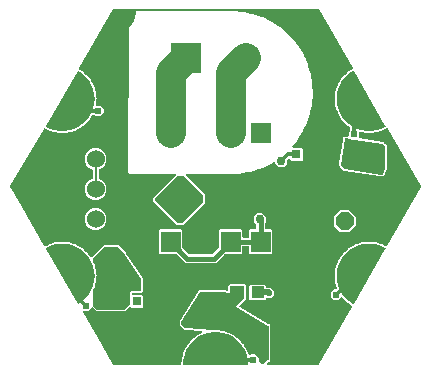
<source format=gbr>
G04 EAGLE Gerber RS-274X export*
G75*
%MOMM*%
%FSLAX34Y34*%
%LPD*%
%INTop Copper*%
%IPPOS*%
%AMOC8*
5,1,8,0,0,1.08239X$1,22.5*%
G01*
%ADD10C,1.000000*%
%ADD11R,2.500000X2.500000*%
%ADD12C,2.500000*%
%ADD13R,1.671800X1.811800*%
%ADD14R,0.800000X0.800000*%
%ADD15P,1.649562X8X22.500000*%
%ADD16R,1.100000X1.000000*%
%ADD17C,1.524000*%
%ADD18C,0.750000*%
%ADD19C,0.508000*%
%ADD20C,2.540000*%
%ADD21C,0.304800*%
%ADD22C,0.406400*%
%ADD23C,0.604800*%
%ADD24C,0.554800*%
%ADD25C,0.203200*%

G36*
X-67572Y-1269D02*
X-67572Y-1269D01*
X-67544Y-1271D01*
X-67476Y-1249D01*
X-67405Y-1235D01*
X-67382Y-1219D01*
X-67355Y-1210D01*
X-67300Y-1163D01*
X-67241Y-1122D01*
X-67226Y-1098D01*
X-67205Y-1080D01*
X-67177Y-1023D01*
X-29786Y-1023D01*
X-29766Y-1020D01*
X-29747Y-1022D01*
X-29645Y-1000D01*
X-29543Y-983D01*
X-29526Y-974D01*
X-29506Y-970D01*
X-29417Y-916D01*
X-29326Y-868D01*
X-29312Y-854D01*
X-29295Y-843D01*
X-29228Y-765D01*
X-29156Y-690D01*
X-29148Y-672D01*
X-29135Y-657D01*
X-29096Y-560D01*
X-29053Y-467D01*
X-29051Y-447D01*
X-29043Y-428D01*
X-29025Y-262D01*
X-29025Y118D01*
X-29019Y125D01*
X-29001Y186D01*
X-28973Y242D01*
X-28956Y329D01*
X-28947Y360D01*
X-28947Y378D01*
X-28942Y407D01*
X-28786Y2486D01*
X-28789Y2521D01*
X-28784Y2555D01*
X-28800Y2643D01*
X-28808Y2731D01*
X-28821Y2763D01*
X-28828Y2797D01*
X-28862Y2869D01*
X-28719Y3496D01*
X-28717Y3529D01*
X-28702Y3609D01*
X-28654Y4247D01*
X-28613Y4306D01*
X-28556Y4374D01*
X-28543Y4407D01*
X-28524Y4435D01*
X-28468Y4593D01*
X-27978Y6740D01*
X-27976Y6775D01*
X-27966Y6808D01*
X-27969Y6897D01*
X-27963Y6986D01*
X-27972Y7019D01*
X-27973Y7054D01*
X-27997Y7130D01*
X-27762Y7729D01*
X-27755Y7761D01*
X-27728Y7837D01*
X-27586Y8462D01*
X-27536Y8514D01*
X-27470Y8573D01*
X-27452Y8603D01*
X-27428Y8628D01*
X-27350Y8776D01*
X-26546Y10826D01*
X-26539Y10860D01*
X-26524Y10891D01*
X-26513Y10980D01*
X-26494Y11067D01*
X-26498Y11101D01*
X-26494Y11135D01*
X-26506Y11214D01*
X-26184Y11771D01*
X-26172Y11802D01*
X-26135Y11874D01*
X-25901Y12470D01*
X-25844Y12514D01*
X-25770Y12562D01*
X-25748Y12590D01*
X-25721Y12611D01*
X-25621Y12746D01*
X-24520Y14653D01*
X-24508Y14685D01*
X-24489Y14714D01*
X-24465Y14800D01*
X-24433Y14883D01*
X-24432Y14918D01*
X-24423Y14951D01*
X-24423Y15031D01*
X-24022Y15534D01*
X-24006Y15563D01*
X-23958Y15628D01*
X-23637Y16182D01*
X-23575Y16218D01*
X-23494Y16254D01*
X-23468Y16278D01*
X-23438Y16295D01*
X-23320Y16414D01*
X-21947Y18135D01*
X-21930Y18166D01*
X-21907Y18191D01*
X-21870Y18272D01*
X-21827Y18350D01*
X-21820Y18384D01*
X-21806Y18416D01*
X-21794Y18494D01*
X-21323Y18932D01*
X-21302Y18958D01*
X-21245Y19015D01*
X-20846Y19516D01*
X-20779Y19542D01*
X-20693Y19566D01*
X-20665Y19585D01*
X-20632Y19598D01*
X-20498Y19697D01*
X-18883Y21195D01*
X-18862Y21222D01*
X-18835Y21244D01*
X-18787Y21319D01*
X-18733Y21389D01*
X-18721Y21422D01*
X-18702Y21451D01*
X-18679Y21527D01*
X-18147Y21890D01*
X-18123Y21912D01*
X-18058Y21961D01*
X-17589Y22396D01*
X-17519Y22412D01*
X-17431Y22423D01*
X-17399Y22438D01*
X-17366Y22445D01*
X-17217Y22524D01*
X-15398Y23764D01*
X-15373Y23788D01*
X-15343Y23806D01*
X-15284Y23872D01*
X-15220Y23934D01*
X-15204Y23964D01*
X-15181Y23990D01*
X-15147Y24062D01*
X-14567Y24341D01*
X-14540Y24360D01*
X-14468Y24398D01*
X-13939Y24759D01*
X-13867Y24764D01*
X-13779Y24761D01*
X-13745Y24772D01*
X-13711Y24774D01*
X-13553Y24830D01*
X-11569Y25785D01*
X-11540Y25805D01*
X-11508Y25818D01*
X-11440Y25875D01*
X-11367Y25926D01*
X-11347Y25954D01*
X-11320Y25976D01*
X-11226Y26115D01*
X-11165Y26230D01*
X-11148Y26283D01*
X-11121Y26332D01*
X-11109Y26399D01*
X-11087Y26463D01*
X-11087Y26519D01*
X-11077Y26574D01*
X-11087Y26641D01*
X-11087Y26709D01*
X-11105Y26762D01*
X-11113Y26818D01*
X-11144Y26878D01*
X-11166Y26942D01*
X-11200Y26987D01*
X-11225Y27037D01*
X-11274Y27084D01*
X-11315Y27138D01*
X-11361Y27169D01*
X-11401Y27209D01*
X-11462Y27238D01*
X-11518Y27276D01*
X-11572Y27291D01*
X-11623Y27316D01*
X-11725Y27334D01*
X-11755Y27342D01*
X-11768Y27342D01*
X-11788Y27345D01*
X-25438Y28255D01*
X-25457Y28253D01*
X-25489Y28257D01*
X-26261Y28257D01*
X-26266Y28258D01*
X-26776Y28841D01*
X-26791Y28853D01*
X-26810Y28878D01*
X-29141Y31209D01*
X-29142Y31209D01*
X-30481Y32548D01*
X-30481Y34621D01*
X-30481Y34624D01*
X-30481Y34626D01*
X-30500Y34792D01*
X-30609Y35266D01*
X-30596Y35286D01*
X-30594Y35291D01*
X-30591Y35295D01*
X-30547Y35404D01*
X-30501Y35513D01*
X-30501Y35518D01*
X-30499Y35523D01*
X-30481Y35690D01*
X-30481Y35714D01*
X-30137Y36058D01*
X-30136Y36060D01*
X-30134Y36061D01*
X-30030Y36193D01*
X-14721Y60686D01*
X-14719Y60691D01*
X-14716Y60695D01*
X-14672Y60805D01*
X-14626Y60913D01*
X-14626Y60918D01*
X-14624Y60923D01*
X-14606Y61090D01*
X-14606Y61114D01*
X-14262Y61458D01*
X-14261Y61460D01*
X-14259Y61461D01*
X-14155Y61593D01*
X-13898Y62004D01*
X-13874Y62010D01*
X-13869Y62012D01*
X-13864Y62012D01*
X-13755Y62059D01*
X-13646Y62103D01*
X-13642Y62107D01*
X-13638Y62109D01*
X-13507Y62213D01*
X-13489Y62231D01*
X-13004Y62231D01*
X-13001Y62231D01*
X-12999Y62231D01*
X-12833Y62250D01*
X-12359Y62359D01*
X-12339Y62346D01*
X-12334Y62344D01*
X-12330Y62341D01*
X-12221Y62297D01*
X-12112Y62251D01*
X-12107Y62251D01*
X-12102Y62249D01*
X-11935Y62231D01*
X7308Y62231D01*
X7399Y62246D01*
X7491Y62253D01*
X7528Y62267D01*
X7551Y62270D01*
X7579Y62286D01*
X7648Y62311D01*
X7791Y62383D01*
X8130Y62270D01*
X8168Y62264D01*
X8204Y62249D01*
X8370Y62231D01*
X8727Y62231D01*
X8840Y62118D01*
X8915Y62064D01*
X8985Y62004D01*
X9021Y61987D01*
X9040Y61974D01*
X9071Y61965D01*
X9137Y61934D01*
X9792Y61716D01*
X9811Y61713D01*
X9828Y61705D01*
X9932Y61693D01*
X10035Y61676D01*
X10054Y61680D01*
X10072Y61678D01*
X10174Y61700D01*
X10278Y61717D01*
X10294Y61726D01*
X10313Y61730D01*
X10403Y61783D01*
X10495Y61833D01*
X10508Y61846D01*
X10524Y61856D01*
X10592Y61935D01*
X10664Y62011D01*
X10672Y62029D01*
X10684Y62043D01*
X10723Y62140D01*
X10767Y62235D01*
X10769Y62253D01*
X10776Y62271D01*
X10794Y62438D01*
X10794Y65877D01*
X11911Y66993D01*
X24602Y66993D01*
X25718Y65877D01*
X25718Y55603D01*
X25720Y55594D01*
X25719Y55580D01*
X25742Y54797D01*
X25189Y54244D01*
X25184Y54236D01*
X25173Y54227D01*
X20278Y49027D01*
X20218Y48938D01*
X20155Y48852D01*
X20150Y48836D01*
X20141Y48823D01*
X20112Y48719D01*
X20080Y48618D01*
X20080Y48601D01*
X20076Y48586D01*
X20082Y48479D01*
X20083Y48372D01*
X20088Y48356D01*
X20089Y48340D01*
X20129Y48240D01*
X20165Y48140D01*
X20175Y48127D01*
X20181Y48112D01*
X20250Y48030D01*
X20316Y47946D01*
X20332Y47934D01*
X20340Y47924D01*
X20366Y47909D01*
X20451Y47846D01*
X44785Y33758D01*
X44892Y33717D01*
X45000Y33674D01*
X45009Y33673D01*
X45015Y33671D01*
X45036Y33670D01*
X45166Y33656D01*
X45239Y33656D01*
X45550Y33345D01*
X45563Y33336D01*
X45572Y33324D01*
X45707Y33224D01*
X46088Y33004D01*
X46107Y32933D01*
X46154Y32828D01*
X46199Y32722D01*
X46205Y32715D01*
X46208Y32709D01*
X46222Y32693D01*
X46304Y32591D01*
X46356Y32539D01*
X46356Y32100D01*
X46358Y32084D01*
X46356Y32069D01*
X46381Y31903D01*
X46495Y31478D01*
X46458Y31415D01*
X46418Y31308D01*
X46374Y31200D01*
X46373Y31191D01*
X46371Y31185D01*
X46370Y31164D01*
X46356Y31034D01*
X46356Y3982D01*
X46358Y3966D01*
X46356Y3950D01*
X46378Y3845D01*
X46395Y3740D01*
X46403Y3725D01*
X46406Y3709D01*
X46474Y3578D01*
X46371Y3060D01*
X46370Y3037D01*
X46356Y2911D01*
X46356Y2383D01*
X46346Y2375D01*
X46287Y2286D01*
X46225Y2199D01*
X46220Y2183D01*
X46211Y2169D01*
X46167Y2029D01*
X45727Y1736D01*
X45710Y1720D01*
X45611Y1641D01*
X45237Y1267D01*
X45225Y1269D01*
X45120Y1247D01*
X45015Y1230D01*
X45000Y1222D01*
X44984Y1219D01*
X44835Y1141D01*
X43681Y372D01*
X43664Y356D01*
X43643Y345D01*
X43574Y272D01*
X43501Y204D01*
X43490Y183D01*
X43474Y166D01*
X43431Y76D01*
X43384Y-12D01*
X43380Y-35D01*
X43370Y-57D01*
X43359Y-156D01*
X43342Y-255D01*
X43345Y-278D01*
X43343Y-301D01*
X43364Y-399D01*
X43379Y-498D01*
X43390Y-518D01*
X43395Y-541D01*
X43446Y-627D01*
X43492Y-716D01*
X43509Y-732D01*
X43521Y-753D01*
X43597Y-818D01*
X43669Y-887D01*
X43690Y-897D01*
X43708Y-912D01*
X43801Y-950D01*
X43891Y-993D01*
X43915Y-996D01*
X43936Y-1004D01*
X44103Y-1023D01*
X67175Y-1023D01*
X67190Y-1043D01*
X67226Y-1105D01*
X67248Y-1122D01*
X67265Y-1145D01*
X67327Y-1182D01*
X67384Y-1225D01*
X67412Y-1232D01*
X67436Y-1247D01*
X67536Y-1263D01*
X67577Y-1274D01*
X67587Y-1272D01*
X67600Y-1274D01*
X86600Y-1274D01*
X86676Y-1259D01*
X86754Y-1250D01*
X86773Y-1239D01*
X86795Y-1235D01*
X86859Y-1191D01*
X86927Y-1152D01*
X86943Y-1133D01*
X86959Y-1122D01*
X86983Y-1084D01*
X87033Y-1024D01*
X87086Y-931D01*
X87092Y-929D01*
X87136Y-894D01*
X87186Y-868D01*
X87232Y-819D01*
X87286Y-777D01*
X87333Y-714D01*
X87355Y-690D01*
X87364Y-671D01*
X87385Y-642D01*
X115532Y48109D01*
X115539Y48128D01*
X115551Y48144D01*
X115582Y48240D01*
X115588Y48253D01*
X115589Y48258D01*
X115619Y48339D01*
X115620Y48359D01*
X115626Y48378D01*
X115624Y48481D01*
X115628Y48585D01*
X115622Y48604D01*
X115622Y48624D01*
X115588Y48721D01*
X115558Y48821D01*
X115547Y48837D01*
X115540Y48856D01*
X115477Y48937D01*
X115417Y49022D01*
X115401Y49034D01*
X115388Y49050D01*
X115253Y49149D01*
X114615Y49517D01*
X114611Y49526D01*
X114568Y49572D01*
X114533Y49625D01*
X114466Y49682D01*
X114444Y49706D01*
X114428Y49715D01*
X114406Y49734D01*
X112681Y50909D01*
X112649Y50924D01*
X112622Y50945D01*
X112539Y50975D01*
X112458Y51013D01*
X112423Y51017D01*
X112391Y51028D01*
X112312Y51034D01*
X111840Y51472D01*
X111812Y51490D01*
X111751Y51543D01*
X111221Y51903D01*
X111191Y51968D01*
X111160Y52052D01*
X111139Y52079D01*
X111124Y52110D01*
X111014Y52237D01*
X109398Y53736D01*
X109369Y53755D01*
X109345Y53780D01*
X109267Y53822D01*
X109193Y53872D01*
X109159Y53881D01*
X109129Y53897D01*
X109052Y53915D01*
X108650Y54418D01*
X108626Y54440D01*
X108573Y54501D01*
X108103Y54937D01*
X108083Y55005D01*
X108065Y55092D01*
X108048Y55122D01*
X108038Y55156D01*
X107948Y55297D01*
X107278Y56137D01*
X107232Y56179D01*
X107193Y56227D01*
X107141Y56260D01*
X107096Y56302D01*
X107039Y56326D01*
X106986Y56360D01*
X106927Y56375D01*
X106870Y56400D01*
X106808Y56405D01*
X106748Y56420D01*
X106686Y56416D01*
X106625Y56421D01*
X106565Y56406D01*
X106502Y56401D01*
X106446Y56377D01*
X106386Y56363D01*
X106334Y56329D01*
X106276Y56305D01*
X106206Y56249D01*
X106178Y56231D01*
X106167Y56218D01*
X106145Y56200D01*
X103809Y53864D01*
X100041Y53864D01*
X97376Y56529D01*
X97376Y60297D01*
X100041Y62961D01*
X101847Y62961D01*
X101937Y62976D01*
X102028Y62983D01*
X102057Y62996D01*
X102089Y63001D01*
X102170Y63044D01*
X102254Y63080D01*
X102286Y63105D01*
X102307Y63116D01*
X102329Y63139D01*
X102385Y63184D01*
X102559Y63358D01*
X102623Y63448D01*
X102690Y63535D01*
X102695Y63547D01*
X102702Y63558D01*
X102735Y63663D01*
X102771Y63767D01*
X102771Y63780D01*
X102775Y63793D01*
X102772Y63903D01*
X102773Y64013D01*
X102769Y64029D01*
X102768Y64039D01*
X102759Y64065D01*
X102729Y64175D01*
X102538Y64660D01*
X102521Y64690D01*
X102510Y64723D01*
X102458Y64795D01*
X102413Y64872D01*
X102386Y64894D01*
X102366Y64922D01*
X102304Y64972D01*
X102160Y65599D01*
X102148Y65630D01*
X102127Y65708D01*
X101893Y66304D01*
X101904Y66375D01*
X101926Y66461D01*
X101923Y66496D01*
X101929Y66530D01*
X101910Y66696D01*
X101419Y68845D01*
X101405Y68877D01*
X101400Y68912D01*
X101359Y68991D01*
X101326Y69073D01*
X101303Y69099D01*
X101287Y69130D01*
X101233Y69188D01*
X101185Y69830D01*
X101177Y69862D01*
X101168Y69942D01*
X101025Y70567D01*
X101047Y70635D01*
X101081Y70717D01*
X101084Y70752D01*
X101094Y70785D01*
X101100Y70952D01*
X100935Y73150D01*
X100927Y73184D01*
X100927Y73219D01*
X100898Y73303D01*
X100877Y73389D01*
X100858Y73419D01*
X100847Y73451D01*
X100802Y73517D01*
X100850Y74159D01*
X100847Y74192D01*
X100850Y74273D01*
X100802Y74911D01*
X100834Y74975D01*
X100880Y75051D01*
X100888Y75085D01*
X100903Y75116D01*
X100934Y75281D01*
X101098Y77479D01*
X101095Y77514D01*
X101100Y77548D01*
X101084Y77636D01*
X101077Y77724D01*
X101063Y77756D01*
X101057Y77790D01*
X101022Y77862D01*
X101165Y78489D01*
X101167Y78522D01*
X101182Y78602D01*
X101230Y79240D01*
X101270Y79299D01*
X101328Y79367D01*
X101340Y79400D01*
X101360Y79428D01*
X101415Y79587D01*
X101905Y81736D01*
X101907Y81770D01*
X101917Y81803D01*
X101915Y81892D01*
X101920Y81981D01*
X101911Y82015D01*
X101910Y82049D01*
X101886Y82125D01*
X102121Y82724D01*
X102128Y82757D01*
X102155Y82833D01*
X102297Y83457D01*
X102346Y83509D01*
X102413Y83568D01*
X102430Y83598D01*
X102454Y83624D01*
X102532Y83772D01*
X103337Y85824D01*
X103344Y85858D01*
X103359Y85889D01*
X103370Y85978D01*
X103389Y86065D01*
X103385Y86099D01*
X103389Y86133D01*
X103377Y86212D01*
X103698Y86770D01*
X103710Y86800D01*
X103748Y86872D01*
X103982Y87468D01*
X104038Y87512D01*
X104113Y87561D01*
X104134Y87588D01*
X104162Y87609D01*
X104261Y87744D01*
X105362Y89654D01*
X105375Y89686D01*
X105394Y89715D01*
X105418Y89801D01*
X105449Y89884D01*
X105451Y89918D01*
X105460Y89952D01*
X105460Y90031D01*
X105861Y90535D01*
X105877Y90563D01*
X105925Y90629D01*
X106245Y91183D01*
X106307Y91219D01*
X106388Y91255D01*
X106414Y91279D01*
X106444Y91296D01*
X106562Y91415D01*
X107936Y93138D01*
X107953Y93169D01*
X107976Y93194D01*
X108013Y93276D01*
X108056Y93353D01*
X108063Y93387D01*
X108077Y93419D01*
X108088Y93497D01*
X108560Y93935D01*
X108580Y93961D01*
X108637Y94019D01*
X109037Y94519D01*
X109103Y94545D01*
X109189Y94569D01*
X109218Y94589D01*
X109250Y94601D01*
X109385Y94701D01*
X111000Y96201D01*
X111021Y96228D01*
X111048Y96250D01*
X111096Y96325D01*
X111151Y96395D01*
X111162Y96428D01*
X111181Y96457D01*
X111204Y96533D01*
X111736Y96896D01*
X111760Y96918D01*
X111825Y96967D01*
X112294Y97402D01*
X112364Y97418D01*
X112453Y97429D01*
X112484Y97444D01*
X112518Y97451D01*
X112666Y97530D01*
X114487Y98772D01*
X114512Y98796D01*
X114542Y98814D01*
X114600Y98880D01*
X114665Y98942D01*
X114681Y98972D01*
X114704Y98999D01*
X114738Y99070D01*
X115318Y99350D01*
X115345Y99368D01*
X115416Y99407D01*
X115945Y99767D01*
X116017Y99772D01*
X116106Y99770D01*
X116139Y99780D01*
X116174Y99783D01*
X116332Y99838D01*
X118317Y100795D01*
X118346Y100815D01*
X118378Y100828D01*
X118446Y100885D01*
X118519Y100936D01*
X118539Y100964D01*
X118566Y100987D01*
X118610Y101052D01*
X119225Y101242D01*
X119255Y101257D01*
X119331Y101284D01*
X119908Y101562D01*
X119980Y101556D01*
X120067Y101541D01*
X120101Y101546D01*
X120136Y101543D01*
X120301Y101574D01*
X122407Y102225D01*
X122438Y102240D01*
X122472Y102248D01*
X122548Y102295D01*
X122627Y102334D01*
X122651Y102359D01*
X122681Y102377D01*
X122735Y102435D01*
X123371Y102532D01*
X123403Y102542D01*
X123482Y102557D01*
X124094Y102746D01*
X124164Y102729D01*
X124248Y102701D01*
X124283Y102701D01*
X124317Y102693D01*
X124484Y102700D01*
X126664Y103029D01*
X126697Y103040D01*
X126731Y103042D01*
X126813Y103077D01*
X126898Y103104D01*
X126926Y103125D01*
X126958Y103139D01*
X127019Y103188D01*
X127663Y103188D01*
X127696Y103194D01*
X127777Y103197D01*
X128410Y103293D01*
X128476Y103266D01*
X128555Y103225D01*
X128590Y103220D01*
X128622Y103207D01*
X128789Y103189D01*
X130993Y103190D01*
X131027Y103195D01*
X131062Y103193D01*
X131148Y103215D01*
X131235Y103229D01*
X131266Y103246D01*
X131300Y103254D01*
X131368Y103294D01*
X132005Y103198D01*
X132038Y103199D01*
X132118Y103190D01*
X132759Y103190D01*
X132821Y103154D01*
X132893Y103102D01*
X132926Y103092D01*
X132956Y103074D01*
X133118Y103031D01*
X135298Y102703D01*
X135332Y102704D01*
X135366Y102696D01*
X135455Y102705D01*
X135543Y102706D01*
X135576Y102718D01*
X135611Y102721D01*
X135684Y102751D01*
X136300Y102561D01*
X136332Y102557D01*
X136411Y102536D01*
X137044Y102441D01*
X137100Y102395D01*
X137163Y102333D01*
X137194Y102318D01*
X137221Y102296D01*
X137375Y102230D01*
X139482Y101581D01*
X139516Y101576D01*
X139548Y101563D01*
X139637Y101559D01*
X139725Y101547D01*
X139759Y101554D01*
X139794Y101552D01*
X139871Y101570D01*
X140451Y101291D01*
X140483Y101281D01*
X140557Y101249D01*
X141169Y101061D01*
X141218Y101008D01*
X141271Y100937D01*
X141300Y100917D01*
X141323Y100892D01*
X141466Y100803D01*
X143346Y99898D01*
X143407Y99880D01*
X143464Y99853D01*
X143524Y99845D01*
X143582Y99828D01*
X143630Y99830D01*
X144294Y99447D01*
X144313Y99440D01*
X144328Y99428D01*
X144427Y99396D01*
X144524Y99360D01*
X144544Y99359D01*
X144563Y99353D01*
X144666Y99355D01*
X144770Y99351D01*
X144789Y99357D01*
X144809Y99357D01*
X144906Y99391D01*
X145006Y99421D01*
X145022Y99432D01*
X145041Y99439D01*
X145122Y99503D01*
X145207Y99562D01*
X145219Y99578D01*
X145234Y99590D01*
X145334Y99726D01*
X173986Y149352D01*
X174010Y149416D01*
X174043Y149475D01*
X174053Y149530D01*
X174073Y149582D01*
X174076Y149650D01*
X174088Y149716D01*
X174080Y149772D01*
X174082Y149828D01*
X174063Y149893D01*
X174054Y149960D01*
X174022Y150033D01*
X174013Y150064D01*
X174001Y150081D01*
X173986Y150114D01*
X145791Y198947D01*
X145719Y199036D01*
X145649Y199126D01*
X145641Y199131D01*
X145636Y199138D01*
X145539Y199198D01*
X145444Y199261D01*
X145435Y199264D01*
X145427Y199269D01*
X145317Y199295D01*
X145206Y199324D01*
X145197Y199324D01*
X145188Y199326D01*
X145075Y199316D01*
X144960Y199308D01*
X144950Y199305D01*
X144943Y199304D01*
X144922Y199295D01*
X144802Y199253D01*
X144372Y199046D01*
X144355Y199034D01*
X144322Y199019D01*
X143639Y198625D01*
X143629Y198626D01*
X143568Y198612D01*
X143505Y198608D01*
X143421Y198579D01*
X143389Y198571D01*
X143374Y198562D01*
X143346Y198552D01*
X141466Y197647D01*
X141437Y197627D01*
X141405Y197615D01*
X141337Y197557D01*
X141264Y197506D01*
X141244Y197478D01*
X141217Y197456D01*
X141172Y197390D01*
X140557Y197201D01*
X140528Y197186D01*
X140451Y197159D01*
X139877Y196883D01*
X139875Y196884D01*
X139741Y196899D01*
X139715Y196903D01*
X139709Y196902D01*
X139703Y196902D01*
X139678Y196898D01*
X139647Y196901D01*
X139482Y196869D01*
X137375Y196220D01*
X137344Y196205D01*
X137310Y196197D01*
X137235Y196151D01*
X137155Y196111D01*
X137130Y196086D01*
X137101Y196068D01*
X137047Y196010D01*
X136411Y195914D01*
X136379Y195904D01*
X136300Y195889D01*
X135688Y195700D01*
X135618Y195717D01*
X135534Y195745D01*
X135499Y195745D01*
X135465Y195753D01*
X135298Y195747D01*
X133118Y195419D01*
X133085Y195408D01*
X133050Y195406D01*
X132968Y195371D01*
X132884Y195344D01*
X132856Y195323D01*
X132824Y195309D01*
X132762Y195260D01*
X132118Y195260D01*
X132086Y195255D01*
X132005Y195252D01*
X131372Y195156D01*
X131305Y195183D01*
X131226Y195224D01*
X131192Y195229D01*
X131159Y195242D01*
X130993Y195260D01*
X128789Y195261D01*
X128754Y195256D01*
X128720Y195258D01*
X128634Y195236D01*
X128546Y195222D01*
X128515Y195205D01*
X128482Y195197D01*
X128413Y195157D01*
X127777Y195253D01*
X127744Y195253D01*
X127663Y195262D01*
X127023Y195262D01*
X126961Y195298D01*
X126889Y195350D01*
X126856Y195360D01*
X126826Y195378D01*
X126664Y195421D01*
X124484Y195750D01*
X124449Y195750D01*
X124416Y195758D01*
X124327Y195748D01*
X124238Y195747D01*
X124206Y195736D01*
X124171Y195732D01*
X124097Y195703D01*
X123482Y195893D01*
X123450Y195898D01*
X123371Y195918D01*
X122558Y196041D01*
X122481Y196040D01*
X122404Y196049D01*
X122359Y196039D01*
X122312Y196038D01*
X122239Y196013D01*
X122164Y195997D01*
X122124Y195973D01*
X122079Y195957D01*
X122019Y195910D01*
X121953Y195870D01*
X121922Y195835D01*
X121885Y195806D01*
X121843Y195742D01*
X121793Y195684D01*
X121775Y195640D01*
X121750Y195601D01*
X121730Y195527D01*
X121701Y195455D01*
X121694Y195393D01*
X121686Y195363D01*
X121688Y195337D01*
X121683Y195289D01*
X121683Y192274D01*
X121299Y191890D01*
X121290Y191878D01*
X121278Y191869D01*
X121219Y191778D01*
X121156Y191690D01*
X121151Y191676D01*
X121143Y191663D01*
X121115Y191559D01*
X121083Y191455D01*
X121084Y191440D01*
X121080Y191426D01*
X121087Y191318D01*
X121090Y191209D01*
X121095Y191195D01*
X121096Y191180D01*
X121137Y191080D01*
X121174Y190978D01*
X121183Y190967D01*
X121189Y190953D01*
X121260Y190871D01*
X121328Y190786D01*
X121340Y190778D01*
X121350Y190767D01*
X121443Y190712D01*
X121535Y190653D01*
X121549Y190650D01*
X121562Y190642D01*
X121724Y190599D01*
X141373Y187652D01*
X141406Y187652D01*
X141486Y187643D01*
X142093Y187643D01*
X142141Y187615D01*
X142213Y187563D01*
X142247Y187553D01*
X142277Y187535D01*
X142342Y187518D01*
X142702Y187030D01*
X142726Y187007D01*
X142776Y186944D01*
X143441Y186279D01*
X143442Y186279D01*
X144781Y184939D01*
X144781Y165730D01*
X144796Y165639D01*
X144803Y165547D01*
X144817Y165509D01*
X144820Y165487D01*
X144836Y165458D01*
X144861Y165389D01*
X144933Y165246D01*
X144820Y164908D01*
X144814Y164870D01*
X144799Y164834D01*
X144781Y164667D01*
X144781Y164311D01*
X144668Y164198D01*
X144614Y164123D01*
X144554Y164052D01*
X144537Y164016D01*
X144524Y163998D01*
X144515Y163967D01*
X144484Y163900D01*
X143232Y160145D01*
X143226Y160107D01*
X143212Y160071D01*
X143193Y159905D01*
X143193Y159548D01*
X143080Y159435D01*
X143027Y159360D01*
X142967Y159290D01*
X142950Y159254D01*
X142937Y159235D01*
X142927Y159205D01*
X142896Y159138D01*
X142846Y158986D01*
X142527Y158826D01*
X142496Y158804D01*
X142460Y158789D01*
X142329Y158684D01*
X142077Y158432D01*
X141917Y158432D01*
X141826Y158417D01*
X141734Y158409D01*
X141697Y158396D01*
X141674Y158392D01*
X141646Y158377D01*
X141577Y158351D01*
X141434Y158280D01*
X141095Y158393D01*
X141057Y158399D01*
X141021Y158413D01*
X140855Y158432D01*
X140567Y158432D01*
X140536Y158427D01*
X140504Y158429D01*
X140415Y158407D01*
X140324Y158392D01*
X140296Y158377D01*
X140265Y158369D01*
X140196Y158330D01*
X139609Y158422D01*
X139576Y158422D01*
X139491Y158432D01*
X138899Y158432D01*
X138840Y158467D01*
X138766Y158520D01*
X138735Y158530D01*
X138708Y158546D01*
X138546Y158590D01*
X109447Y163185D01*
X109414Y163185D01*
X109328Y163194D01*
X108736Y163194D01*
X108678Y163229D01*
X108603Y163283D01*
X108573Y163292D01*
X108545Y163309D01*
X108469Y163330D01*
X108119Y163810D01*
X108096Y163833D01*
X108042Y163900D01*
X105644Y166299D01*
X105613Y166321D01*
X105588Y166349D01*
X105514Y166392D01*
X105444Y166442D01*
X105408Y166453D01*
X105375Y166472D01*
X105322Y166486D01*
X104952Y166980D01*
X104928Y167003D01*
X104881Y167062D01*
X104443Y167500D01*
X104431Y167544D01*
X104417Y167629D01*
X104399Y167662D01*
X104390Y167698D01*
X104362Y167746D01*
X104449Y168357D01*
X104448Y168390D01*
X104457Y168465D01*
X104457Y169084D01*
X104480Y169124D01*
X104530Y169194D01*
X104541Y169230D01*
X104560Y169262D01*
X104602Y169425D01*
X107496Y189687D01*
X107495Y189733D01*
X107651Y190773D01*
X107651Y190775D01*
X107652Y190778D01*
X107764Y191559D01*
X108396Y192026D01*
X108397Y192027D01*
X108400Y192029D01*
X109032Y192503D01*
X109810Y192386D01*
X109813Y192386D01*
X109816Y192385D01*
X110804Y192244D01*
X110805Y192243D01*
X110828Y192241D01*
X110838Y192239D01*
X110902Y192222D01*
X111711Y192101D01*
X111787Y192102D01*
X111863Y192094D01*
X111910Y192104D01*
X111957Y192104D01*
X112029Y192130D01*
X112104Y192146D01*
X112144Y192170D01*
X112189Y192186D01*
X112249Y192233D01*
X112315Y192272D01*
X112346Y192308D01*
X112383Y192337D01*
X112425Y192401D01*
X112475Y192459D01*
X112492Y192503D01*
X112518Y192542D01*
X112538Y192616D01*
X112567Y192687D01*
X112574Y192750D01*
X112581Y192780D01*
X112580Y192806D01*
X112585Y192854D01*
X112585Y196042D01*
X113862Y197319D01*
X113915Y197393D01*
X113975Y197462D01*
X113987Y197492D01*
X114006Y197519D01*
X114032Y197606D01*
X114067Y197690D01*
X114071Y197731D01*
X114078Y197754D01*
X114077Y197786D01*
X114085Y197857D01*
X114085Y199550D01*
X114079Y199588D01*
X114081Y199627D01*
X114059Y199709D01*
X114045Y199792D01*
X114027Y199827D01*
X114017Y199865D01*
X113970Y199935D01*
X113930Y200010D01*
X113902Y200037D01*
X113880Y200069D01*
X113753Y200178D01*
X112666Y200920D01*
X112634Y200935D01*
X112607Y200956D01*
X112524Y200986D01*
X112443Y201024D01*
X112408Y201028D01*
X112376Y201040D01*
X112297Y201045D01*
X111825Y201483D01*
X111798Y201502D01*
X111736Y201554D01*
X111207Y201915D01*
X111177Y201980D01*
X111146Y202064D01*
X111125Y202091D01*
X111110Y202122D01*
X111000Y202249D01*
X109385Y203749D01*
X109356Y203768D01*
X109332Y203793D01*
X109254Y203836D01*
X109180Y203885D01*
X109147Y203894D01*
X109116Y203910D01*
X109039Y203928D01*
X108637Y204431D01*
X108613Y204454D01*
X108560Y204515D01*
X108091Y204950D01*
X108070Y205019D01*
X108053Y205106D01*
X108035Y205136D01*
X108025Y205170D01*
X107936Y205312D01*
X106562Y207035D01*
X106537Y207058D01*
X106517Y207087D01*
X106446Y207141D01*
X106380Y207200D01*
X106348Y207214D01*
X106320Y207235D01*
X106246Y207264D01*
X105925Y207821D01*
X105904Y207847D01*
X105861Y207915D01*
X105462Y208416D01*
X105452Y208487D01*
X105447Y208576D01*
X105435Y208608D01*
X105430Y208643D01*
X105362Y208796D01*
X104261Y210706D01*
X104239Y210732D01*
X104224Y210764D01*
X104161Y210827D01*
X104105Y210896D01*
X104076Y210914D01*
X104052Y210939D01*
X103983Y210979D01*
X103748Y211578D01*
X103731Y211606D01*
X103698Y211680D01*
X103378Y212235D01*
X103379Y212307D01*
X103388Y212395D01*
X103380Y212429D01*
X103381Y212464D01*
X103337Y212626D01*
X102532Y214678D01*
X102515Y214708D01*
X102504Y214741D01*
X102452Y214813D01*
X102407Y214889D01*
X102380Y214912D01*
X102360Y214940D01*
X102298Y214989D01*
X102155Y215617D01*
X102143Y215648D01*
X102121Y215726D01*
X101888Y216322D01*
X101899Y216393D01*
X101921Y216479D01*
X101918Y216513D01*
X101924Y216548D01*
X101905Y216714D01*
X101415Y218863D01*
X101402Y218896D01*
X101397Y218930D01*
X101356Y219009D01*
X101322Y219091D01*
X101300Y219118D01*
X101284Y219148D01*
X101230Y219206D01*
X101182Y219848D01*
X101174Y219880D01*
X101165Y219961D01*
X101023Y220585D01*
X101044Y220653D01*
X101079Y220735D01*
X101082Y220770D01*
X101092Y220803D01*
X101098Y220971D01*
X100934Y223169D01*
X100926Y223202D01*
X100926Y223237D01*
X100897Y223322D01*
X100876Y223408D01*
X100858Y223437D01*
X100847Y223470D01*
X100802Y223536D01*
X100850Y224177D01*
X100847Y224210D01*
X100850Y224291D01*
X100803Y224930D01*
X100834Y224994D01*
X100881Y225070D01*
X100889Y225104D01*
X100904Y225135D01*
X100935Y225300D01*
X101100Y227498D01*
X101097Y227532D01*
X101102Y227567D01*
X101087Y227654D01*
X101079Y227743D01*
X101065Y227775D01*
X101059Y227809D01*
X101024Y227880D01*
X101168Y228508D01*
X101170Y228541D01*
X101185Y228620D01*
X101233Y229259D01*
X101274Y229317D01*
X101331Y229386D01*
X101344Y229418D01*
X101363Y229446D01*
X101419Y229605D01*
X101910Y231754D01*
X101912Y231788D01*
X101922Y231821D01*
X101920Y231895D01*
X101927Y231959D01*
X101924Y231975D01*
X101925Y231999D01*
X101916Y232033D01*
X101915Y232067D01*
X101892Y232143D01*
X102127Y232742D01*
X102134Y232774D01*
X102160Y232851D01*
X102303Y233475D01*
X102352Y233527D01*
X102419Y233586D01*
X102436Y233616D01*
X102460Y233641D01*
X102538Y233790D01*
X103344Y235841D01*
X103352Y235875D01*
X103367Y235906D01*
X103377Y235995D01*
X103396Y236082D01*
X103392Y236116D01*
X103396Y236151D01*
X103385Y236229D01*
X103707Y236786D01*
X103718Y236817D01*
X103756Y236889D01*
X103990Y237485D01*
X104047Y237529D01*
X104121Y237577D01*
X104143Y237604D01*
X104170Y237626D01*
X104270Y237761D01*
X105372Y239669D01*
X105385Y239702D01*
X105404Y239731D01*
X105428Y239816D01*
X105459Y239899D01*
X105461Y239934D01*
X105470Y239968D01*
X105470Y240047D01*
X105871Y240550D01*
X105887Y240579D01*
X105921Y240625D01*
X105923Y240627D01*
X105924Y240628D01*
X105935Y240644D01*
X106256Y241198D01*
X106318Y241234D01*
X106399Y241270D01*
X106425Y241294D01*
X106455Y241311D01*
X106573Y241430D01*
X107948Y243153D01*
X107965Y243183D01*
X107989Y243208D01*
X108025Y243289D01*
X108068Y243367D01*
X108075Y243401D01*
X108089Y243433D01*
X108101Y243511D01*
X108573Y243949D01*
X108593Y243975D01*
X108650Y244032D01*
X109050Y244533D01*
X109116Y244558D01*
X109202Y244582D01*
X109231Y244602D01*
X109263Y244614D01*
X109398Y244714D01*
X111014Y246213D01*
X111035Y246240D01*
X111063Y246262D01*
X111111Y246337D01*
X111165Y246407D01*
X111177Y246440D01*
X111195Y246469D01*
X111219Y246545D01*
X111751Y246907D01*
X111775Y246930D01*
X111840Y246978D01*
X112309Y247414D01*
X112379Y247429D01*
X112467Y247440D01*
X112499Y247455D01*
X112533Y247462D01*
X112681Y247541D01*
X114406Y248716D01*
X114451Y248760D01*
X114503Y248795D01*
X114540Y248844D01*
X114584Y248886D01*
X114606Y248927D01*
X115298Y249327D01*
X115315Y249340D01*
X115346Y249357D01*
X115724Y249615D01*
X115808Y249694D01*
X115892Y249771D01*
X115896Y249778D01*
X115903Y249784D01*
X115956Y249886D01*
X116012Y249985D01*
X116014Y249994D01*
X116018Y250002D01*
X116036Y250115D01*
X116057Y250227D01*
X116056Y250236D01*
X116057Y250244D01*
X116039Y250358D01*
X116022Y250471D01*
X116018Y250480D01*
X116017Y250487D01*
X116006Y250507D01*
X115955Y250624D01*
X87385Y300108D01*
X87342Y300161D01*
X87308Y300219D01*
X87265Y300255D01*
X87229Y300299D01*
X87172Y300334D01*
X87121Y300378D01*
X87068Y300400D01*
X87021Y300429D01*
X86955Y300445D01*
X86892Y300470D01*
X86814Y300479D01*
X86782Y300487D01*
X86761Y300485D01*
X86726Y300489D01*
X-86472Y300489D01*
X-86538Y300478D01*
X-86606Y300477D01*
X-86659Y300458D01*
X-86715Y300449D01*
X-86774Y300418D01*
X-86838Y300395D01*
X-86882Y300360D01*
X-86932Y300334D01*
X-86978Y300285D01*
X-87032Y300243D01*
X-87079Y300180D01*
X-87101Y300156D01*
X-87110Y300137D01*
X-87131Y300108D01*
X-115773Y250500D01*
X-115813Y250393D01*
X-115856Y250287D01*
X-115857Y250278D01*
X-115860Y250270D01*
X-115864Y250155D01*
X-115871Y250042D01*
X-115869Y250033D01*
X-115869Y250024D01*
X-115836Y249914D01*
X-115806Y249804D01*
X-115802Y249797D01*
X-115799Y249789D01*
X-115733Y249695D01*
X-115670Y249600D01*
X-115662Y249593D01*
X-115658Y249587D01*
X-115639Y249574D01*
X-115542Y249491D01*
X-115346Y249357D01*
X-115327Y249348D01*
X-115298Y249327D01*
X-114615Y248933D01*
X-114611Y248924D01*
X-114568Y248878D01*
X-114533Y248825D01*
X-114466Y248768D01*
X-114444Y248744D01*
X-114428Y248735D01*
X-114406Y248716D01*
X-112681Y247541D01*
X-112649Y247526D01*
X-112622Y247505D01*
X-112539Y247475D01*
X-112458Y247437D01*
X-112423Y247433D01*
X-112391Y247422D01*
X-112312Y247416D01*
X-111840Y246978D01*
X-111812Y246960D01*
X-111751Y246907D01*
X-111221Y246547D01*
X-111191Y246482D01*
X-111160Y246398D01*
X-111139Y246371D01*
X-111124Y246340D01*
X-111014Y246213D01*
X-109398Y244714D01*
X-109369Y244695D01*
X-109345Y244670D01*
X-109267Y244627D01*
X-109193Y244578D01*
X-109160Y244569D01*
X-109129Y244553D01*
X-109052Y244535D01*
X-108650Y244032D01*
X-108626Y244010D01*
X-108573Y243949D01*
X-108103Y243513D01*
X-108083Y243445D01*
X-108065Y243358D01*
X-108048Y243328D01*
X-108038Y243294D01*
X-107948Y243153D01*
X-106573Y241430D01*
X-106548Y241406D01*
X-106528Y241378D01*
X-106457Y241324D01*
X-106391Y241265D01*
X-106359Y241251D01*
X-106331Y241230D01*
X-106257Y241201D01*
X-105935Y240644D01*
X-105914Y240618D01*
X-105871Y240550D01*
X-105472Y240049D01*
X-105462Y239979D01*
X-105457Y239890D01*
X-105445Y239857D01*
X-105440Y239823D01*
X-105372Y239669D01*
X-104270Y237761D01*
X-104248Y237734D01*
X-104232Y237703D01*
X-104170Y237640D01*
X-104114Y237571D01*
X-104084Y237552D01*
X-104060Y237527D01*
X-103991Y237488D01*
X-103756Y236889D01*
X-103739Y236860D01*
X-103707Y236786D01*
X-103386Y236232D01*
X-103387Y236160D01*
X-103396Y236072D01*
X-103388Y236038D01*
X-103388Y236003D01*
X-103344Y235841D01*
X-102538Y233790D01*
X-102521Y233760D01*
X-102510Y233727D01*
X-102458Y233655D01*
X-102413Y233578D01*
X-102386Y233556D01*
X-102366Y233528D01*
X-102304Y233478D01*
X-102160Y232851D01*
X-102148Y232820D01*
X-102127Y232742D01*
X-101893Y232146D01*
X-101894Y232137D01*
X-101900Y232125D01*
X-101906Y232066D01*
X-101926Y231989D01*
X-101923Y231954D01*
X-101929Y231920D01*
X-101926Y231892D01*
X-101927Y231880D01*
X-101921Y231854D01*
X-101910Y231754D01*
X-101419Y229605D01*
X-101405Y229573D01*
X-101400Y229538D01*
X-101359Y229459D01*
X-101326Y229377D01*
X-101303Y229351D01*
X-101287Y229320D01*
X-101233Y229262D01*
X-101185Y228620D01*
X-101177Y228588D01*
X-101168Y228508D01*
X-101025Y227883D01*
X-101047Y227815D01*
X-101081Y227733D01*
X-101084Y227698D01*
X-101094Y227665D01*
X-101100Y227498D01*
X-100935Y225300D01*
X-100927Y225266D01*
X-100927Y225231D01*
X-100898Y225147D01*
X-100877Y225061D01*
X-100858Y225031D01*
X-100847Y224999D01*
X-100802Y224933D01*
X-100850Y224291D01*
X-100847Y224258D01*
X-100850Y224177D01*
X-100802Y223539D01*
X-100834Y223474D01*
X-100880Y223399D01*
X-100888Y223365D01*
X-100903Y223334D01*
X-100934Y223169D01*
X-101098Y220971D01*
X-101095Y220936D01*
X-101100Y220902D01*
X-101084Y220814D01*
X-101077Y220726D01*
X-101063Y220694D01*
X-101057Y220660D01*
X-101022Y220588D01*
X-101165Y219961D01*
X-101167Y219928D01*
X-101182Y219848D01*
X-101229Y219216D01*
X-101225Y219168D01*
X-101230Y219120D01*
X-101214Y219046D01*
X-101207Y218971D01*
X-101188Y218927D01*
X-101178Y218879D01*
X-101139Y218814D01*
X-101109Y218745D01*
X-101076Y218710D01*
X-101052Y218668D01*
X-100994Y218619D01*
X-100944Y218563D01*
X-100902Y218540D01*
X-100865Y218508D01*
X-100795Y218480D01*
X-100729Y218443D01*
X-100681Y218434D01*
X-100637Y218416D01*
X-100510Y218402D01*
X-100487Y218398D01*
X-100480Y218399D01*
X-100470Y218398D01*
X-97573Y218398D01*
X-94908Y215733D01*
X-94908Y211965D01*
X-97573Y209300D01*
X-101341Y209300D01*
X-102618Y210577D01*
X-102692Y210631D01*
X-102762Y210690D01*
X-102792Y210702D01*
X-102818Y210721D01*
X-102905Y210748D01*
X-102990Y210782D01*
X-103031Y210786D01*
X-103053Y210793D01*
X-103085Y210792D01*
X-103157Y210800D01*
X-103766Y210800D01*
X-103833Y210789D01*
X-103901Y210788D01*
X-103954Y210770D01*
X-104009Y210761D01*
X-104069Y210729D01*
X-104133Y210706D01*
X-104177Y210672D01*
X-104227Y210646D01*
X-104273Y210597D01*
X-104327Y210555D01*
X-104373Y210491D01*
X-104396Y210467D01*
X-104405Y210448D01*
X-104426Y210420D01*
X-105362Y208796D01*
X-105375Y208764D01*
X-105394Y208735D01*
X-105418Y208649D01*
X-105449Y208566D01*
X-105451Y208532D01*
X-105460Y208498D01*
X-105460Y208419D01*
X-105861Y207915D01*
X-105877Y207887D01*
X-105925Y207821D01*
X-106245Y207267D01*
X-106307Y207231D01*
X-106388Y207195D01*
X-106414Y207171D01*
X-106444Y207154D01*
X-106562Y207035D01*
X-107936Y205312D01*
X-107953Y205281D01*
X-107976Y205256D01*
X-108013Y205174D01*
X-108056Y205097D01*
X-108063Y205063D01*
X-108077Y205031D01*
X-108088Y204953D01*
X-108560Y204515D01*
X-108580Y204489D01*
X-108637Y204431D01*
X-109037Y203930D01*
X-109103Y203905D01*
X-109189Y203881D01*
X-109218Y203861D01*
X-109250Y203849D01*
X-109385Y203749D01*
X-111000Y202249D01*
X-111021Y202222D01*
X-111048Y202200D01*
X-111096Y202125D01*
X-111151Y202055D01*
X-111162Y202022D01*
X-111181Y201993D01*
X-111204Y201917D01*
X-111736Y201554D01*
X-111760Y201532D01*
X-111825Y201483D01*
X-112294Y201048D01*
X-112364Y201032D01*
X-112453Y201021D01*
X-112484Y201006D01*
X-112518Y200999D01*
X-112666Y200920D01*
X-114487Y199678D01*
X-114512Y199654D01*
X-114542Y199636D01*
X-114600Y199570D01*
X-114665Y199508D01*
X-114681Y199478D01*
X-114704Y199451D01*
X-114738Y199380D01*
X-115318Y199100D01*
X-115345Y199082D01*
X-115416Y199043D01*
X-115945Y198683D01*
X-116017Y198678D01*
X-116106Y198680D01*
X-116139Y198670D01*
X-116174Y198667D01*
X-116332Y198612D01*
X-118317Y197655D01*
X-118346Y197635D01*
X-118378Y197622D01*
X-118446Y197565D01*
X-118519Y197514D01*
X-118539Y197486D01*
X-118566Y197463D01*
X-118610Y197398D01*
X-119225Y197208D01*
X-119255Y197193D01*
X-119331Y197166D01*
X-119908Y196888D01*
X-119980Y196894D01*
X-120067Y196909D01*
X-120101Y196904D01*
X-120136Y196907D01*
X-120301Y196876D01*
X-122407Y196225D01*
X-122438Y196210D01*
X-122472Y196202D01*
X-122548Y196155D01*
X-122627Y196116D01*
X-122651Y196091D01*
X-122681Y196073D01*
X-122735Y196015D01*
X-123371Y195918D01*
X-123403Y195908D01*
X-123482Y195893D01*
X-124094Y195704D01*
X-124164Y195721D01*
X-124248Y195749D01*
X-124283Y195749D01*
X-124317Y195757D01*
X-124484Y195750D01*
X-126664Y195421D01*
X-126697Y195410D01*
X-126731Y195408D01*
X-126813Y195373D01*
X-126898Y195346D01*
X-126926Y195325D01*
X-126958Y195311D01*
X-127019Y195262D01*
X-127663Y195262D01*
X-127696Y195256D01*
X-127777Y195253D01*
X-128410Y195157D01*
X-128476Y195184D01*
X-128555Y195225D01*
X-128590Y195230D01*
X-128622Y195243D01*
X-128789Y195261D01*
X-130993Y195260D01*
X-131027Y195255D01*
X-131062Y195257D01*
X-131148Y195235D01*
X-131235Y195221D01*
X-131266Y195204D01*
X-131300Y195196D01*
X-131368Y195156D01*
X-132005Y195252D01*
X-132038Y195251D01*
X-132118Y195260D01*
X-132759Y195260D01*
X-132821Y195296D01*
X-132893Y195348D01*
X-132926Y195358D01*
X-132956Y195376D01*
X-133118Y195419D01*
X-135298Y195747D01*
X-135332Y195746D01*
X-135366Y195754D01*
X-135454Y195745D01*
X-135543Y195744D01*
X-135576Y195732D01*
X-135611Y195729D01*
X-135685Y195699D01*
X-136300Y195889D01*
X-136332Y195893D01*
X-136411Y195914D01*
X-137044Y196009D01*
X-137099Y196055D01*
X-137163Y196117D01*
X-137194Y196132D01*
X-137221Y196154D01*
X-137375Y196220D01*
X-139482Y196869D01*
X-139510Y196873D01*
X-139536Y196884D01*
X-139543Y196884D01*
X-139548Y196887D01*
X-139573Y196888D01*
X-139703Y196902D01*
X-139709Y196902D01*
X-139714Y196901D01*
X-139725Y196903D01*
X-139759Y196896D01*
X-139794Y196898D01*
X-139871Y196880D01*
X-140451Y197159D01*
X-140483Y197169D01*
X-140557Y197201D01*
X-141169Y197389D01*
X-141218Y197442D01*
X-141271Y197513D01*
X-141300Y197533D01*
X-141323Y197558D01*
X-141466Y197647D01*
X-143346Y198552D01*
X-143407Y198570D01*
X-143464Y198597D01*
X-143524Y198605D01*
X-143582Y198622D01*
X-143630Y198620D01*
X-144322Y199019D01*
X-144341Y199027D01*
X-144372Y199046D01*
X-144603Y199157D01*
X-144713Y199189D01*
X-144822Y199224D01*
X-144831Y199224D01*
X-144839Y199227D01*
X-144953Y199222D01*
X-145068Y199220D01*
X-145076Y199218D01*
X-145085Y199217D01*
X-145192Y199177D01*
X-145300Y199139D01*
X-145307Y199133D01*
X-145315Y199130D01*
X-145403Y199057D01*
X-145493Y198987D01*
X-145500Y198978D01*
X-145505Y198974D01*
X-145518Y198954D01*
X-145593Y198852D01*
X-173732Y150114D01*
X-173756Y150050D01*
X-173789Y149991D01*
X-173799Y149936D01*
X-173819Y149884D01*
X-173822Y149816D01*
X-173834Y149750D01*
X-173826Y149694D01*
X-173828Y149638D01*
X-173809Y149573D01*
X-173800Y149506D01*
X-173768Y149434D01*
X-173759Y149402D01*
X-173747Y149385D01*
X-173732Y149352D01*
X-173695Y149288D01*
X-173696Y149285D01*
X-173690Y149209D01*
X-173691Y149132D01*
X-173681Y149108D01*
X-173680Y149087D01*
X-173659Y149048D01*
X-173640Y148996D01*
X-173639Y148990D01*
X-173637Y148988D01*
X-173633Y148976D01*
X-164133Y132476D01*
X-164114Y132454D01*
X-164101Y132428D01*
X-164048Y132380D01*
X-164001Y132327D01*
X-163975Y132314D01*
X-163954Y132295D01*
X-163886Y132272D01*
X-163865Y132261D01*
X-145143Y99835D01*
X-145131Y99820D01*
X-145123Y99802D01*
X-145090Y99766D01*
X-145070Y99732D01*
X-145033Y99701D01*
X-144987Y99645D01*
X-144971Y99635D01*
X-144957Y99620D01*
X-144903Y99590D01*
X-144883Y99573D01*
X-144851Y99560D01*
X-144779Y99514D01*
X-144760Y99510D01*
X-144742Y99500D01*
X-144669Y99486D01*
X-144655Y99481D01*
X-144625Y99477D01*
X-144540Y99457D01*
X-144520Y99459D01*
X-144501Y99455D01*
X-144398Y99470D01*
X-144295Y99479D01*
X-144277Y99487D01*
X-144257Y99489D01*
X-144229Y99502D01*
X-144228Y99502D01*
X-144103Y99557D01*
X-143639Y99825D01*
X-143629Y99824D01*
X-143568Y99838D01*
X-143505Y99842D01*
X-143421Y99871D01*
X-143389Y99879D01*
X-143374Y99888D01*
X-143346Y99898D01*
X-141466Y100803D01*
X-141437Y100823D01*
X-141405Y100835D01*
X-141337Y100893D01*
X-141264Y100944D01*
X-141244Y100972D01*
X-141217Y100994D01*
X-141172Y101060D01*
X-140557Y101249D01*
X-140528Y101264D01*
X-140451Y101291D01*
X-139874Y101568D01*
X-139803Y101562D01*
X-139715Y101547D01*
X-139681Y101552D01*
X-139647Y101549D01*
X-139482Y101581D01*
X-137375Y102230D01*
X-137344Y102245D01*
X-137310Y102253D01*
X-137235Y102299D01*
X-137155Y102339D01*
X-137130Y102364D01*
X-137101Y102382D01*
X-137047Y102440D01*
X-136411Y102536D01*
X-136379Y102546D01*
X-136300Y102561D01*
X-135688Y102750D01*
X-135618Y102733D01*
X-135534Y102705D01*
X-135499Y102705D01*
X-135465Y102697D01*
X-135298Y102703D01*
X-133118Y103031D01*
X-133085Y103042D01*
X-133050Y103044D01*
X-132968Y103079D01*
X-132884Y103106D01*
X-132856Y103127D01*
X-132824Y103141D01*
X-132762Y103190D01*
X-132118Y103190D01*
X-132086Y103195D01*
X-132005Y103198D01*
X-131372Y103294D01*
X-131305Y103267D01*
X-131226Y103226D01*
X-131192Y103221D01*
X-131159Y103208D01*
X-130993Y103190D01*
X-128789Y103189D01*
X-128754Y103194D01*
X-128720Y103192D01*
X-128634Y103214D01*
X-128546Y103228D01*
X-128515Y103245D01*
X-128482Y103253D01*
X-128413Y103293D01*
X-127777Y103197D01*
X-127744Y103197D01*
X-127663Y103188D01*
X-127023Y103188D01*
X-126961Y103152D01*
X-126889Y103100D01*
X-126856Y103090D01*
X-126826Y103072D01*
X-126664Y103029D01*
X-124484Y102700D01*
X-124449Y102700D01*
X-124416Y102692D01*
X-124327Y102702D01*
X-124238Y102703D01*
X-124206Y102714D01*
X-124171Y102718D01*
X-124097Y102747D01*
X-123482Y102557D01*
X-123450Y102552D01*
X-123371Y102532D01*
X-122738Y102436D01*
X-122683Y102391D01*
X-122619Y102329D01*
X-122588Y102314D01*
X-122561Y102292D01*
X-122407Y102225D01*
X-120301Y101574D01*
X-120266Y101570D01*
X-120234Y101557D01*
X-120145Y101553D01*
X-120057Y101541D01*
X-120023Y101547D01*
X-119988Y101546D01*
X-119911Y101563D01*
X-119331Y101284D01*
X-119300Y101275D01*
X-119225Y101242D01*
X-118613Y101053D01*
X-118565Y101000D01*
X-118511Y100929D01*
X-118483Y100910D01*
X-118459Y100884D01*
X-118317Y100795D01*
X-116332Y99838D01*
X-116299Y99828D01*
X-116268Y99811D01*
X-116181Y99794D01*
X-116096Y99769D01*
X-116061Y99770D01*
X-116027Y99763D01*
X-115948Y99769D01*
X-115416Y99407D01*
X-115386Y99393D01*
X-115318Y99350D01*
X-114741Y99072D01*
X-114701Y99012D01*
X-114659Y98934D01*
X-114633Y98910D01*
X-114614Y98881D01*
X-114487Y98772D01*
X-112666Y97530D01*
X-112634Y97515D01*
X-112607Y97494D01*
X-112524Y97464D01*
X-112443Y97426D01*
X-112408Y97422D01*
X-112376Y97410D01*
X-112297Y97405D01*
X-111825Y96967D01*
X-111798Y96948D01*
X-111736Y96896D01*
X-111207Y96535D01*
X-111177Y96470D01*
X-111146Y96386D01*
X-111125Y96359D01*
X-111110Y96328D01*
X-111000Y96201D01*
X-109385Y94701D01*
X-109356Y94682D01*
X-109332Y94657D01*
X-109254Y94614D01*
X-109180Y94565D01*
X-109147Y94556D01*
X-109116Y94540D01*
X-109039Y94522D01*
X-108637Y94019D01*
X-108613Y93996D01*
X-108560Y93935D01*
X-108091Y93500D01*
X-108070Y93431D01*
X-108053Y93344D01*
X-108035Y93314D01*
X-108025Y93280D01*
X-107936Y93138D01*
X-106562Y91415D01*
X-106537Y91392D01*
X-106517Y91363D01*
X-106446Y91309D01*
X-106380Y91250D01*
X-106348Y91236D01*
X-106320Y91215D01*
X-106246Y91186D01*
X-105925Y90629D01*
X-105904Y90603D01*
X-105861Y90535D01*
X-105677Y90303D01*
X-105630Y90261D01*
X-105591Y90212D01*
X-105540Y90179D01*
X-105494Y90138D01*
X-105437Y90113D01*
X-105384Y90079D01*
X-105325Y90064D01*
X-105269Y90040D01*
X-105206Y90035D01*
X-105145Y90019D01*
X-105085Y90024D01*
X-105024Y90019D01*
X-104963Y90034D01*
X-104900Y90038D01*
X-104844Y90062D01*
X-104785Y90077D01*
X-104732Y90110D01*
X-104674Y90135D01*
X-104604Y90190D01*
X-104577Y90208D01*
X-104565Y90222D01*
X-104543Y90240D01*
X-103754Y91029D01*
X-94452Y100331D01*
X-83504Y100331D01*
X-83451Y100339D01*
X-83396Y100338D01*
X-83330Y100359D01*
X-83261Y100370D01*
X-83214Y100396D01*
X-83191Y100403D01*
X-82494Y100334D01*
X-82468Y100336D01*
X-82420Y100331D01*
X-81717Y100331D01*
X-81712Y100329D01*
X-81678Y100304D01*
X-81626Y100288D01*
X-81604Y100277D01*
X-81160Y99735D01*
X-81158Y99734D01*
X-81158Y99732D01*
X-81140Y99717D01*
X-81110Y99680D01*
X-80612Y99182D01*
X-80604Y99136D01*
X-80579Y99089D01*
X-80563Y99037D01*
X-80503Y98945D01*
X-80489Y98919D01*
X-80481Y98911D01*
X-80471Y98896D01*
X-76206Y93699D01*
X-76166Y93664D01*
X-76132Y93621D01*
X-76074Y93583D01*
X-76022Y93537D01*
X-75972Y93516D01*
X-75952Y93503D01*
X-75562Y92920D01*
X-75544Y92901D01*
X-75518Y92860D01*
X-75071Y92316D01*
X-75068Y92270D01*
X-75048Y92220D01*
X-75037Y92167D01*
X-74986Y92070D01*
X-74975Y92043D01*
X-74968Y92034D01*
X-74960Y92018D01*
X-62712Y73688D01*
X-62683Y73657D01*
X-62661Y73620D01*
X-62599Y73568D01*
X-62544Y73508D01*
X-62506Y73488D01*
X-62474Y73460D01*
X-62399Y73430D01*
X-62327Y73391D01*
X-62285Y73384D01*
X-62246Y73368D01*
X-62096Y73352D01*
X-62085Y73350D01*
X-62083Y73350D01*
X-62079Y73350D01*
X-62043Y73350D01*
X-61150Y72457D01*
X-61150Y63193D01*
X-61371Y62972D01*
X-61424Y62898D01*
X-61484Y62829D01*
X-61496Y62799D01*
X-61515Y62773D01*
X-61542Y62686D01*
X-61576Y62601D01*
X-61580Y62560D01*
X-61587Y62538D01*
X-61586Y62505D01*
X-61594Y62434D01*
X-61594Y61123D01*
X-62711Y60007D01*
X-70333Y60007D01*
X-70423Y59992D01*
X-70514Y59985D01*
X-70544Y59972D01*
X-70576Y59967D01*
X-70656Y59924D01*
X-70740Y59889D01*
X-70772Y59863D01*
X-70793Y59852D01*
X-70815Y59829D01*
X-70846Y59804D01*
X-70849Y59802D01*
X-70851Y59800D01*
X-70871Y59784D01*
X-70896Y59759D01*
X-70942Y59695D01*
X-70962Y59674D01*
X-70966Y59665D01*
X-71009Y59615D01*
X-71021Y59585D01*
X-71040Y59559D01*
X-71067Y59472D01*
X-71101Y59387D01*
X-71105Y59346D01*
X-71112Y59324D01*
X-71111Y59292D01*
X-71119Y59220D01*
X-71119Y59111D01*
X-71116Y59093D01*
X-71118Y59076D01*
X-71118Y59075D01*
X-71118Y59072D01*
X-71096Y58970D01*
X-71080Y58868D01*
X-71070Y58851D01*
X-71066Y58831D01*
X-71013Y58742D01*
X-70964Y58651D01*
X-70950Y58637D01*
X-70940Y58620D01*
X-70861Y58553D01*
X-70786Y58481D01*
X-70768Y58473D01*
X-70753Y58460D01*
X-70657Y58421D01*
X-70563Y58378D01*
X-70543Y58376D01*
X-70525Y58368D01*
X-70358Y58350D01*
X-62043Y58350D01*
X-61150Y57457D01*
X-61150Y48193D01*
X-62043Y47300D01*
X-71307Y47300D01*
X-72030Y48024D01*
X-72046Y48035D01*
X-72058Y48051D01*
X-72146Y48107D01*
X-72230Y48167D01*
X-72249Y48173D01*
X-72265Y48184D01*
X-72366Y48209D01*
X-72465Y48239D01*
X-72485Y48239D01*
X-72504Y48244D01*
X-72607Y48236D01*
X-72711Y48233D01*
X-72729Y48226D01*
X-72749Y48225D01*
X-72844Y48184D01*
X-72942Y48149D01*
X-72957Y48136D01*
X-72975Y48128D01*
X-73106Y48024D01*
X-75659Y45471D01*
X-76998Y44132D01*
X-100802Y44132D01*
X-104104Y47434D01*
X-104120Y47446D01*
X-104133Y47461D01*
X-104220Y47518D01*
X-104304Y47578D01*
X-104323Y47584D01*
X-104340Y47594D01*
X-104440Y47620D01*
X-104539Y47650D01*
X-104559Y47650D01*
X-104578Y47654D01*
X-104681Y47646D01*
X-104785Y47644D01*
X-104804Y47637D01*
X-104824Y47635D01*
X-104918Y47595D01*
X-105016Y47559D01*
X-105032Y47547D01*
X-105050Y47539D01*
X-105181Y47434D01*
X-108024Y44591D01*
X-111928Y44591D01*
X-112022Y44576D01*
X-112117Y44567D01*
X-112143Y44556D01*
X-112171Y44551D01*
X-112255Y44507D01*
X-112343Y44468D01*
X-112364Y44449D01*
X-112389Y44436D01*
X-112454Y44367D01*
X-112525Y44303D01*
X-112538Y44278D01*
X-112558Y44258D01*
X-112598Y44171D01*
X-112644Y44088D01*
X-112650Y44060D01*
X-112662Y44035D01*
X-112672Y43940D01*
X-112689Y43846D01*
X-112686Y43818D01*
X-112689Y43790D01*
X-112668Y43697D01*
X-112655Y43603D01*
X-112641Y43570D01*
X-112636Y43550D01*
X-112619Y43522D01*
X-112588Y43449D01*
X-96591Y15743D01*
X-96598Y15688D01*
X-96590Y15661D01*
X-96591Y15632D01*
X-96555Y15537D01*
X-96544Y15497D01*
X-96537Y15488D01*
X-96533Y15476D01*
X-87033Y-1024D01*
X-86981Y-1082D01*
X-86935Y-1145D01*
X-86916Y-1156D01*
X-86901Y-1173D01*
X-86831Y-1207D01*
X-86764Y-1247D01*
X-86740Y-1251D01*
X-86722Y-1259D01*
X-86677Y-1261D01*
X-86600Y-1274D01*
X-67600Y-1274D01*
X-67572Y-1269D01*
G37*
%LPC*%
G36*
X-32539Y117157D02*
X-32539Y117157D01*
X-52706Y137323D01*
X-52706Y140489D01*
X-51535Y141660D01*
X-51530Y141667D01*
X-48007Y145190D01*
X-47997Y145198D01*
X-33879Y159316D01*
X-33879Y159317D01*
X-33805Y159390D01*
X-33762Y159450D01*
X-33712Y159503D01*
X-33691Y159549D01*
X-33661Y159590D01*
X-33640Y159660D01*
X-33609Y159726D01*
X-33604Y159777D01*
X-33589Y159825D01*
X-33591Y159898D01*
X-33583Y159971D01*
X-33594Y160020D01*
X-33595Y160071D01*
X-33621Y160140D01*
X-33636Y160211D01*
X-33662Y160254D01*
X-33680Y160302D01*
X-33726Y160359D01*
X-33763Y160422D01*
X-33802Y160454D01*
X-33833Y160494D01*
X-33895Y160533D01*
X-33951Y160581D01*
X-33998Y160600D01*
X-34040Y160627D01*
X-34111Y160645D01*
X-34179Y160672D01*
X-34248Y160679D01*
X-34279Y160687D01*
X-34303Y160685D01*
X-34346Y160690D01*
X-71594Y160544D01*
X-71651Y160534D01*
X-72530Y160540D01*
X-72533Y160539D01*
X-72538Y160540D01*
X-73167Y160537D01*
X-73608Y160984D01*
X-73611Y160986D01*
X-73614Y160990D01*
X-74061Y161434D01*
X-74057Y162061D01*
X-74057Y162064D01*
X-74057Y162069D01*
X-74060Y162902D01*
X-74057Y162910D01*
X-74058Y162942D01*
X-74051Y163008D01*
X-73233Y285019D01*
X-73110Y285119D01*
X-73088Y285146D01*
X-73052Y285175D01*
X-71025Y287468D01*
X-71009Y287497D01*
X-70977Y287532D01*
X-69345Y290120D01*
X-69333Y290152D01*
X-69308Y290191D01*
X-68112Y293008D01*
X-68105Y293041D01*
X-68086Y293084D01*
X-67358Y296056D01*
X-67356Y296090D01*
X-67345Y296135D01*
X-67159Y298467D01*
X13964Y298494D01*
X14023Y298504D01*
X14083Y298503D01*
X14144Y298524D01*
X14207Y298534D01*
X14231Y298547D01*
X14834Y298497D01*
X14856Y298499D01*
X14896Y298494D01*
X15495Y298495D01*
X15545Y298479D01*
X15598Y298452D01*
X15691Y298434D01*
X15722Y298425D01*
X15738Y298425D01*
X15763Y298420D01*
X22231Y297886D01*
X22276Y297890D01*
X22322Y297884D01*
X22398Y297900D01*
X22476Y297906D01*
X22518Y297924D01*
X22546Y297929D01*
X23064Y297823D01*
X23094Y297822D01*
X23155Y297810D01*
X23690Y297766D01*
X23732Y297730D01*
X23774Y297713D01*
X23813Y297688D01*
X23943Y297646D01*
X23960Y297639D01*
X23965Y297638D01*
X23972Y297636D01*
X30377Y296320D01*
X30422Y296318D01*
X30467Y296307D01*
X30544Y296313D01*
X30622Y296310D01*
X30667Y296323D01*
X30694Y296325D01*
X31196Y296157D01*
X31226Y296152D01*
X31285Y296133D01*
X31811Y296025D01*
X31848Y295985D01*
X31888Y295963D01*
X31923Y295933D01*
X32048Y295875D01*
X32064Y295866D01*
X32069Y295866D01*
X32076Y295862D01*
X38276Y293787D01*
X38321Y293779D01*
X38363Y293763D01*
X38441Y293760D01*
X38518Y293747D01*
X38563Y293755D01*
X38592Y293753D01*
X39070Y293526D01*
X39099Y293518D01*
X39155Y293492D01*
X39664Y293322D01*
X39696Y293277D01*
X39734Y293250D01*
X39765Y293217D01*
X39881Y293145D01*
X39896Y293134D01*
X39901Y293133D01*
X39907Y293129D01*
X45813Y290323D01*
X45857Y290311D01*
X45898Y290289D01*
X45975Y290277D01*
X46049Y290255D01*
X46095Y290257D01*
X46123Y290253D01*
X46571Y289970D01*
X46599Y289958D01*
X46651Y289925D01*
X47136Y289695D01*
X47163Y289647D01*
X47196Y289616D01*
X47223Y289579D01*
X47331Y289493D01*
X47344Y289481D01*
X47348Y289479D01*
X47354Y289474D01*
X52881Y285980D01*
X52923Y285962D01*
X52960Y285936D01*
X53035Y285915D01*
X53107Y285884D01*
X53153Y285881D01*
X53180Y285873D01*
X53590Y285538D01*
X53616Y285523D01*
X53664Y285485D01*
X54119Y285197D01*
X54139Y285147D01*
X54169Y285112D01*
X54191Y285072D01*
X54287Y284974D01*
X54299Y284960D01*
X54303Y284958D01*
X54308Y284952D01*
X59375Y280820D01*
X59415Y280797D01*
X59449Y280767D01*
X59521Y280736D01*
X59588Y280697D01*
X59633Y280688D01*
X59659Y280677D01*
X60026Y280296D01*
X60051Y280278D01*
X60094Y280234D01*
X60510Y279894D01*
X60525Y279841D01*
X60550Y279803D01*
X60567Y279761D01*
X60651Y279652D01*
X60661Y279637D01*
X60665Y279634D01*
X60669Y279628D01*
X65203Y274917D01*
X65240Y274890D01*
X65270Y274855D01*
X65338Y274816D01*
X65400Y274770D01*
X65444Y274755D01*
X65468Y274741D01*
X65787Y274319D01*
X65809Y274298D01*
X65846Y274249D01*
X66219Y273862D01*
X66227Y273808D01*
X66248Y273767D01*
X66259Y273723D01*
X66329Y273605D01*
X66338Y273588D01*
X66341Y273585D01*
X66345Y273578D01*
X70281Y268357D01*
X70314Y268326D01*
X70340Y268288D01*
X70402Y268241D01*
X70459Y268187D01*
X70500Y268168D01*
X70523Y268151D01*
X70788Y267693D01*
X70807Y267670D01*
X70839Y267617D01*
X71162Y267188D01*
X71164Y267133D01*
X71179Y267090D01*
X71186Y267045D01*
X71241Y266919D01*
X71247Y266902D01*
X71250Y266898D01*
X71253Y266891D01*
X74534Y261235D01*
X74563Y261200D01*
X74584Y261159D01*
X74640Y261105D01*
X74690Y261045D01*
X74729Y261021D01*
X74749Y261001D01*
X74958Y260515D01*
X74974Y260490D01*
X74999Y260433D01*
X75268Y259968D01*
X75263Y259914D01*
X75273Y259869D01*
X75274Y259824D01*
X75314Y259692D01*
X75318Y259674D01*
X75321Y259670D01*
X75323Y259663D01*
X77901Y253654D01*
X77925Y253616D01*
X77942Y253573D01*
X77991Y253512D01*
X78033Y253447D01*
X78069Y253418D01*
X78087Y253396D01*
X78235Y252888D01*
X78248Y252861D01*
X78266Y252802D01*
X78478Y252308D01*
X78466Y252255D01*
X78471Y252209D01*
X78467Y252164D01*
X78490Y252029D01*
X78492Y252010D01*
X78495Y252006D01*
X78496Y251998D01*
X80333Y245724D01*
X80353Y245682D01*
X80364Y245638D01*
X80406Y245572D01*
X80440Y245502D01*
X80471Y245469D01*
X80487Y245445D01*
X80573Y244923D01*
X80583Y244894D01*
X80594Y244834D01*
X80745Y244318D01*
X80727Y244267D01*
X80726Y244221D01*
X80716Y244176D01*
X80722Y244066D01*
X80721Y244060D01*
X80723Y244055D01*
X80724Y244039D01*
X80723Y244021D01*
X80725Y244016D01*
X80725Y244008D01*
X81796Y237558D01*
X81811Y237515D01*
X81816Y237470D01*
X81850Y237399D01*
X81875Y237326D01*
X81903Y237289D01*
X81915Y237264D01*
X81938Y236735D01*
X81944Y236705D01*
X81948Y236644D01*
X82036Y236114D01*
X82012Y236065D01*
X82005Y236019D01*
X81990Y235976D01*
X81981Y235839D01*
X81979Y235821D01*
X81980Y235816D01*
X81979Y235809D01*
X82268Y229277D01*
X82277Y229232D01*
X82277Y229186D01*
X82302Y229112D01*
X82318Y229036D01*
X82341Y228996D01*
X82350Y228970D01*
X82310Y228442D01*
X82313Y228412D01*
X82309Y228350D01*
X82332Y227813D01*
X82302Y227768D01*
X82291Y227723D01*
X82271Y227682D01*
X82245Y227548D01*
X82240Y227530D01*
X82241Y227525D01*
X82239Y227518D01*
X81742Y220998D01*
X81746Y220953D01*
X81740Y220907D01*
X81756Y220831D01*
X81763Y220753D01*
X81781Y220711D01*
X81787Y220684D01*
X81683Y220165D01*
X81682Y220134D01*
X81671Y220074D01*
X81630Y219538D01*
X81595Y219496D01*
X81578Y219453D01*
X81553Y219415D01*
X81512Y219285D01*
X81505Y219267D01*
X81505Y219262D01*
X81502Y219255D01*
X80225Y212843D01*
X80224Y212797D01*
X80213Y212753D01*
X80220Y212675D01*
X80217Y212597D01*
X80230Y212553D01*
X80233Y212525D01*
X80068Y212022D01*
X80063Y211992D01*
X80044Y211933D01*
X79939Y211406D01*
X79899Y211369D01*
X79878Y211329D01*
X79848Y211294D01*
X79791Y211169D01*
X79783Y211153D01*
X79782Y211148D01*
X79779Y211141D01*
X77741Y204928D01*
X77734Y204883D01*
X77718Y204840D01*
X77715Y204762D01*
X77703Y204685D01*
X77711Y204640D01*
X77710Y204612D01*
X77486Y204132D01*
X77478Y204103D01*
X77452Y204047D01*
X77285Y203537D01*
X77241Y203504D01*
X77214Y203467D01*
X77181Y203436D01*
X77109Y203319D01*
X77099Y203304D01*
X77097Y203299D01*
X77093Y203293D01*
X74324Y197369D01*
X74312Y197325D01*
X74291Y197285D01*
X74279Y197208D01*
X74258Y197133D01*
X74260Y197087D01*
X74256Y197059D01*
X73976Y196610D01*
X73964Y196582D01*
X73932Y196530D01*
X73704Y196043D01*
X73657Y196016D01*
X73626Y195982D01*
X73589Y195955D01*
X73504Y195847D01*
X73491Y195834D01*
X73490Y195829D01*
X73485Y195823D01*
X70025Y190276D01*
X70007Y190233D01*
X69981Y190195D01*
X69960Y190120D01*
X69930Y190049D01*
X69927Y190003D01*
X69919Y189976D01*
X69587Y189563D01*
X69572Y189537D01*
X69534Y189489D01*
X69250Y189033D01*
X69199Y189012D01*
X69165Y188982D01*
X69125Y188960D01*
X69028Y188863D01*
X69014Y188851D01*
X69011Y188846D01*
X69006Y188841D01*
X65208Y184126D01*
X65193Y184099D01*
X65172Y184077D01*
X65133Y183992D01*
X65087Y183912D01*
X65081Y183882D01*
X65068Y183853D01*
X65058Y183762D01*
X65040Y183671D01*
X65044Y183640D01*
X65041Y183609D01*
X65061Y183518D01*
X65073Y183427D01*
X65087Y183399D01*
X65093Y183369D01*
X65141Y183289D01*
X65182Y183206D01*
X65204Y183184D01*
X65219Y183158D01*
X65290Y183097D01*
X65355Y183032D01*
X65383Y183018D01*
X65406Y182998D01*
X65492Y182963D01*
X65575Y182922D01*
X65606Y182917D01*
X65634Y182906D01*
X65801Y182887D01*
X72894Y182887D01*
X73787Y181994D01*
X73787Y172731D01*
X72894Y171838D01*
X63631Y171838D01*
X62652Y172817D01*
X62640Y172849D01*
X62607Y172890D01*
X62583Y172936D01*
X62531Y172985D01*
X62486Y173041D01*
X62442Y173070D01*
X62405Y173105D01*
X62340Y173136D01*
X62279Y173174D01*
X62229Y173187D01*
X62182Y173209D01*
X62110Y173217D01*
X62041Y173234D01*
X61989Y173230D01*
X61937Y173236D01*
X61867Y173221D01*
X61795Y173215D01*
X61748Y173195D01*
X61697Y173184D01*
X61635Y173147D01*
X61569Y173119D01*
X61513Y173074D01*
X61486Y173058D01*
X61470Y173040D01*
X61438Y173014D01*
X61060Y172636D01*
X61007Y172562D01*
X60948Y172493D01*
X60936Y172463D01*
X60917Y172436D01*
X60890Y172349D01*
X60856Y172265D01*
X60851Y172224D01*
X60844Y172201D01*
X60845Y172169D01*
X60837Y172098D01*
X60837Y169265D01*
X57747Y166175D01*
X53378Y166175D01*
X50288Y169265D01*
X50288Y170006D01*
X50272Y170103D01*
X50262Y170201D01*
X50252Y170224D01*
X50248Y170249D01*
X50202Y170336D01*
X50162Y170426D01*
X50145Y170444D01*
X50133Y170466D01*
X50062Y170534D01*
X49995Y170606D01*
X49973Y170618D01*
X49955Y170636D01*
X49865Y170677D01*
X49779Y170724D01*
X49754Y170729D01*
X49732Y170739D01*
X49634Y170750D01*
X49537Y170767D01*
X49512Y170764D01*
X49487Y170766D01*
X49391Y170745D01*
X49294Y170731D01*
X49265Y170718D01*
X49247Y170714D01*
X49218Y170697D01*
X49141Y170662D01*
X45414Y168470D01*
X45379Y168441D01*
X45338Y168419D01*
X45285Y168363D01*
X45225Y168313D01*
X45201Y168274D01*
X45182Y168253D01*
X44697Y168042D01*
X44671Y168025D01*
X44615Y168000D01*
X44152Y167728D01*
X44097Y167733D01*
X44053Y167722D01*
X44007Y167721D01*
X43876Y167680D01*
X43858Y167676D01*
X43854Y167673D01*
X43847Y167671D01*
X37854Y165056D01*
X37815Y165032D01*
X37773Y165015D01*
X37713Y164965D01*
X37647Y164923D01*
X37619Y164887D01*
X37597Y164869D01*
X37090Y164717D01*
X37063Y164704D01*
X37004Y164686D01*
X36511Y164471D01*
X36458Y164482D01*
X36413Y164477D01*
X36367Y164481D01*
X36232Y164457D01*
X36214Y164455D01*
X36209Y164452D01*
X36202Y164451D01*
X29939Y162575D01*
X29897Y162555D01*
X29853Y162544D01*
X29788Y162501D01*
X29717Y162467D01*
X29685Y162435D01*
X29661Y162420D01*
X29140Y162330D01*
X29111Y162320D01*
X29050Y162309D01*
X28535Y162155D01*
X28484Y162173D01*
X28438Y162173D01*
X28393Y162183D01*
X28257Y162174D01*
X28238Y162174D01*
X28233Y162173D01*
X28226Y162172D01*
X21725Y161052D01*
X21698Y161043D01*
X21670Y161040D01*
X21582Y161003D01*
X21492Y160972D01*
X21470Y160954D01*
X21444Y160943D01*
X21401Y160908D01*
X20942Y160906D01*
X20910Y160901D01*
X20816Y160895D01*
X20359Y160817D01*
X20328Y160829D01*
X20242Y160871D01*
X20214Y160875D01*
X20188Y160885D01*
X20021Y160903D01*
X-24436Y160729D01*
X-24506Y160717D01*
X-24576Y160715D01*
X-24626Y160697D01*
X-24679Y160688D01*
X-24741Y160655D01*
X-24807Y160631D01*
X-24848Y160597D01*
X-24896Y160572D01*
X-24944Y160521D01*
X-24999Y160477D01*
X-25028Y160432D01*
X-25064Y160393D01*
X-25094Y160329D01*
X-25132Y160270D01*
X-25145Y160218D01*
X-25167Y160169D01*
X-25175Y160099D01*
X-25192Y160031D01*
X-25188Y159978D01*
X-25193Y159925D01*
X-25178Y159856D01*
X-25173Y159786D01*
X-25152Y159737D01*
X-25140Y159685D01*
X-25104Y159625D01*
X-25076Y159560D01*
X-25030Y159502D01*
X-25013Y159474D01*
X-24996Y159460D01*
X-24971Y159429D01*
X-24859Y159316D01*
X-9207Y143664D01*
X-9207Y135736D01*
X-27786Y117157D01*
X-32539Y117157D01*
G37*
%LPD*%
G36*
X39695Y-371D02*
X39695Y-371D01*
X39765Y-372D01*
X39783Y-365D01*
X39798Y-364D01*
X39832Y-344D01*
X39898Y-316D01*
X44661Y2859D01*
X44679Y2878D01*
X44703Y2891D01*
X44738Y2941D01*
X44779Y2985D01*
X44787Y3011D01*
X44803Y3033D01*
X44819Y3114D01*
X44830Y3151D01*
X44828Y3162D01*
X44830Y3175D01*
X44830Y31750D01*
X44821Y31788D01*
X44822Y31827D01*
X44802Y31871D01*
X44791Y31919D01*
X44766Y31949D01*
X44750Y31984D01*
X44704Y32023D01*
X44681Y32052D01*
X44661Y32061D01*
X44641Y32079D01*
X17190Y47971D01*
X24089Y55302D01*
X24125Y55363D01*
X24165Y55420D01*
X24169Y55439D01*
X24176Y55452D01*
X24179Y55491D01*
X24184Y55519D01*
X24186Y55522D01*
X24186Y55526D01*
X24193Y55563D01*
X24193Y65088D01*
X24181Y65137D01*
X24179Y65188D01*
X24162Y65220D01*
X24153Y65256D01*
X24121Y65296D01*
X24096Y65340D01*
X24066Y65362D01*
X24043Y65390D01*
X23996Y65411D01*
X23955Y65440D01*
X23913Y65448D01*
X23885Y65461D01*
X23854Y65460D01*
X23813Y65468D01*
X12700Y65468D01*
X12650Y65456D01*
X12599Y65454D01*
X12567Y65437D01*
X12531Y65428D01*
X12492Y65396D01*
X12447Y65371D01*
X12426Y65341D01*
X12398Y65318D01*
X12377Y65271D01*
X12347Y65230D01*
X12339Y65188D01*
X12327Y65160D01*
X12328Y65129D01*
X12320Y65088D01*
X12320Y59265D01*
X8058Y60686D01*
X8020Y60689D01*
X7938Y60705D01*
X-12700Y60705D01*
X-12732Y60698D01*
X-12764Y60700D01*
X-12815Y60678D01*
X-12869Y60666D01*
X-12894Y60645D01*
X-12924Y60633D01*
X-12972Y60581D01*
X-13002Y60556D01*
X-13009Y60541D01*
X-13022Y60527D01*
X-28897Y35127D01*
X-28908Y35095D01*
X-28928Y35067D01*
X-28941Y35000D01*
X-28953Y34963D01*
X-28951Y34946D01*
X-28955Y34925D01*
X-28955Y33338D01*
X-28938Y33264D01*
X-28925Y33189D01*
X-28918Y33179D01*
X-28916Y33169D01*
X-28892Y33140D01*
X-28844Y33069D01*
X-25669Y29894D01*
X-25615Y29860D01*
X-25565Y29820D01*
X-25539Y29813D01*
X-25522Y29802D01*
X-25484Y29799D01*
X-25425Y29783D01*
X-1942Y28218D01*
X-1908Y28223D01*
X-1860Y28221D01*
X-1452Y28282D01*
X-1402Y28302D01*
X-1350Y28313D01*
X-1318Y28336D01*
X-1292Y28346D01*
X-1270Y28371D01*
X-1232Y28398D01*
X-898Y28753D01*
X-194Y28246D01*
X-151Y28228D01*
X-114Y28202D01*
X-65Y28192D01*
X-34Y28179D01*
X-7Y28181D01*
X28Y28174D01*
X1226Y28174D01*
X1273Y28185D01*
X1321Y28186D01*
X1363Y28206D01*
X1395Y28214D01*
X1417Y28232D01*
X1452Y28249D01*
X1490Y28277D01*
X2141Y28178D01*
X2166Y28180D01*
X2198Y28174D01*
X2856Y28174D01*
X2890Y28141D01*
X2931Y28115D01*
X2965Y28082D01*
X3009Y28067D01*
X3037Y28049D01*
X3065Y28047D01*
X3102Y28034D01*
X5527Y27668D01*
X5575Y27672D01*
X5623Y27666D01*
X5668Y27679D01*
X5700Y27682D01*
X5724Y27697D01*
X5762Y27708D01*
X5803Y27730D01*
X6433Y27536D01*
X6457Y27534D01*
X6488Y27523D01*
X7139Y27425D01*
X7167Y27387D01*
X7204Y27356D01*
X7233Y27318D01*
X7274Y27296D01*
X7299Y27275D01*
X7327Y27268D01*
X7361Y27250D01*
X9705Y26527D01*
X9753Y26523D01*
X9799Y26510D01*
X9845Y26517D01*
X9878Y26515D01*
X9904Y26525D01*
X9943Y26531D01*
X9987Y26547D01*
X10580Y26261D01*
X10604Y26256D01*
X10633Y26240D01*
X11262Y26046D01*
X11285Y26004D01*
X11316Y25968D01*
X11340Y25926D01*
X11377Y25898D01*
X11398Y25874D01*
X11424Y25863D01*
X11456Y25839D01*
X13665Y24775D01*
X13712Y24765D01*
X13756Y24745D01*
X13803Y24745D01*
X13835Y24738D01*
X13862Y24744D01*
X13901Y24744D01*
X13948Y24753D01*
X14492Y24382D01*
X14515Y24373D01*
X14541Y24354D01*
X15134Y24068D01*
X15150Y24023D01*
X15176Y23983D01*
X15192Y23938D01*
X15225Y23905D01*
X15243Y23877D01*
X15267Y23862D01*
X15294Y23835D01*
X17321Y22453D01*
X17366Y22436D01*
X17406Y22410D01*
X17452Y22402D01*
X17483Y22391D01*
X17511Y22393D01*
X17549Y22387D01*
X17597Y22389D01*
X18079Y21941D01*
X18101Y21929D01*
X18124Y21906D01*
X18668Y21535D01*
X18677Y21488D01*
X18696Y21444D01*
X18706Y21397D01*
X18733Y21360D01*
X18747Y21330D01*
X18769Y21312D01*
X18792Y21280D01*
X20589Y19612D01*
X20631Y19588D01*
X20667Y19556D01*
X20712Y19542D01*
X20740Y19526D01*
X20768Y19525D01*
X20806Y19513D01*
X20853Y19508D01*
X21263Y18993D01*
X21282Y18978D01*
X21302Y18951D01*
X21784Y18503D01*
X21786Y18456D01*
X21799Y18410D01*
X21802Y18362D01*
X21823Y18320D01*
X21832Y18289D01*
X21851Y18268D01*
X21869Y18233D01*
X23398Y16316D01*
X23436Y16286D01*
X23467Y16249D01*
X23508Y16229D01*
X23534Y16208D01*
X23562Y16203D01*
X23597Y16186D01*
X23643Y16173D01*
X23972Y15603D01*
X23989Y15585D01*
X24004Y15556D01*
X24414Y15041D01*
X24409Y14994D01*
X24415Y14947D01*
X24410Y14899D01*
X24426Y14855D01*
X24429Y14822D01*
X24445Y14798D01*
X24458Y14762D01*
X25684Y12638D01*
X25717Y12602D01*
X25742Y12561D01*
X25780Y12535D01*
X25802Y12511D01*
X25829Y12501D01*
X25861Y12479D01*
X25905Y12460D01*
X26145Y11847D01*
X26159Y11827D01*
X26170Y11796D01*
X26499Y11226D01*
X26487Y11180D01*
X26485Y11132D01*
X26474Y11085D01*
X26482Y11040D01*
X26481Y11007D01*
X26493Y10981D01*
X26500Y10943D01*
X27396Y8660D01*
X27423Y8620D01*
X27442Y8576D01*
X27476Y8544D01*
X27494Y8517D01*
X27519Y8503D01*
X27548Y8477D01*
X27588Y8452D01*
X27613Y8342D01*
X27641Y8285D01*
X27662Y8224D01*
X27680Y8205D01*
X27689Y8187D01*
X27719Y8163D01*
X27761Y8118D01*
X29013Y7217D01*
X29032Y7209D01*
X29047Y7195D01*
X29111Y7176D01*
X29173Y7151D01*
X29193Y7152D01*
X29213Y7146D01*
X29279Y7158D01*
X29346Y7162D01*
X29364Y7172D01*
X29384Y7176D01*
X29470Y7234D01*
X29496Y7249D01*
X29499Y7253D01*
X29504Y7257D01*
X30002Y7755D01*
X33770Y7755D01*
X36435Y5090D01*
X36435Y2068D01*
X36439Y2049D01*
X36437Y2029D01*
X36459Y1965D01*
X36474Y1899D01*
X36487Y1884D01*
X36494Y1865D01*
X36567Y1787D01*
X36585Y1766D01*
X36589Y1764D01*
X36593Y1760D01*
X39465Y-309D01*
X39530Y-335D01*
X39592Y-368D01*
X39609Y-368D01*
X39625Y-375D01*
X39695Y-371D01*
G37*
%LPC*%
G36*
X-25448Y85343D02*
X-25448Y85343D01*
X-32323Y92218D01*
X-32397Y92271D01*
X-32467Y92331D01*
X-32497Y92343D01*
X-32523Y92362D01*
X-32610Y92389D01*
X-32695Y92423D01*
X-32736Y92427D01*
X-32758Y92434D01*
X-32790Y92433D01*
X-32862Y92441D01*
X-47091Y92441D01*
X-47984Y93334D01*
X-47984Y112716D01*
X-47091Y113609D01*
X-29109Y113609D01*
X-28216Y112716D01*
X-28216Y98487D01*
X-28202Y98396D01*
X-28194Y98306D01*
X-28182Y98276D01*
X-28177Y98244D01*
X-28134Y98163D01*
X-28098Y98079D01*
X-28072Y98047D01*
X-28061Y98026D01*
X-28038Y98004D01*
X-27993Y97948D01*
X-22725Y92680D01*
X-22651Y92627D01*
X-22581Y92567D01*
X-22551Y92555D01*
X-22525Y92536D01*
X-22438Y92509D01*
X-22353Y92475D01*
X-22312Y92471D01*
X-22290Y92464D01*
X-22258Y92465D01*
X-22186Y92457D01*
X-3214Y92457D01*
X-3123Y92471D01*
X-3033Y92479D01*
X-3003Y92491D01*
X-2971Y92496D01*
X-2890Y92539D01*
X-2806Y92575D01*
X-2774Y92601D01*
X-2753Y92612D01*
X-2731Y92635D01*
X-2675Y92680D01*
X2593Y97948D01*
X2646Y98022D01*
X2706Y98092D01*
X2718Y98122D01*
X2737Y98148D01*
X2764Y98235D01*
X2798Y98320D01*
X2802Y98361D01*
X2809Y98383D01*
X2808Y98415D01*
X2816Y98487D01*
X2816Y112716D01*
X3709Y113609D01*
X21691Y113609D01*
X22584Y112716D01*
X22584Y107343D01*
X22587Y107323D01*
X22585Y107304D01*
X22607Y107202D01*
X22623Y107100D01*
X22633Y107083D01*
X22637Y107063D01*
X22690Y106974D01*
X22739Y106883D01*
X22753Y106869D01*
X22763Y106852D01*
X22842Y106785D01*
X22917Y106713D01*
X22935Y106705D01*
X22950Y106692D01*
X23046Y106653D01*
X23140Y106610D01*
X23160Y106608D01*
X23178Y106600D01*
X23345Y106582D01*
X27455Y106582D01*
X27475Y106585D01*
X27494Y106583D01*
X27596Y106605D01*
X27698Y106621D01*
X27715Y106631D01*
X27735Y106635D01*
X27824Y106688D01*
X27915Y106737D01*
X27929Y106751D01*
X27946Y106761D01*
X28013Y106840D01*
X28085Y106915D01*
X28093Y106933D01*
X28106Y106948D01*
X28145Y107044D01*
X28188Y107138D01*
X28190Y107158D01*
X28198Y107176D01*
X28216Y107343D01*
X28216Y112716D01*
X29109Y113609D01*
X33782Y113609D01*
X33802Y113612D01*
X33821Y113610D01*
X33923Y113632D01*
X34025Y113648D01*
X34042Y113658D01*
X34062Y113662D01*
X34151Y113715D01*
X34242Y113764D01*
X34256Y113778D01*
X34273Y113788D01*
X34340Y113867D01*
X34412Y113942D01*
X34420Y113960D01*
X34433Y113975D01*
X34472Y114071D01*
X34515Y114165D01*
X34517Y114185D01*
X34525Y114203D01*
X34543Y114370D01*
X34543Y117383D01*
X34529Y117473D01*
X34521Y117564D01*
X34509Y117594D01*
X34504Y117626D01*
X34461Y117706D01*
X34425Y117790D01*
X34399Y117822D01*
X34388Y117843D01*
X34365Y117865D01*
X34320Y117921D01*
X32189Y120053D01*
X32189Y124422D01*
X35279Y127512D01*
X39648Y127512D01*
X42738Y124422D01*
X42738Y120053D01*
X41880Y119194D01*
X41827Y119120D01*
X41767Y119051D01*
X41755Y119021D01*
X41736Y118994D01*
X41709Y118907D01*
X41675Y118823D01*
X41671Y118782D01*
X41664Y118759D01*
X41665Y118727D01*
X41657Y118656D01*
X41657Y114370D01*
X41660Y114350D01*
X41658Y114331D01*
X41680Y114229D01*
X41696Y114127D01*
X41706Y114110D01*
X41710Y114090D01*
X41763Y114001D01*
X41812Y113910D01*
X41826Y113896D01*
X41836Y113879D01*
X41915Y113812D01*
X41990Y113740D01*
X42008Y113732D01*
X42023Y113719D01*
X42119Y113680D01*
X42213Y113637D01*
X42233Y113635D01*
X42251Y113627D01*
X42418Y113609D01*
X47091Y113609D01*
X47984Y112716D01*
X47984Y93334D01*
X47091Y92441D01*
X29109Y92441D01*
X28216Y93334D01*
X28216Y98707D01*
X28213Y98724D01*
X28215Y98740D01*
X28215Y98742D01*
X28215Y98746D01*
X28193Y98848D01*
X28177Y98950D01*
X28167Y98967D01*
X28163Y98987D01*
X28110Y99076D01*
X28061Y99167D01*
X28047Y99181D01*
X28037Y99198D01*
X27958Y99265D01*
X27883Y99337D01*
X27865Y99345D01*
X27850Y99358D01*
X27754Y99397D01*
X27660Y99440D01*
X27640Y99442D01*
X27622Y99450D01*
X27455Y99468D01*
X23345Y99468D01*
X23325Y99465D01*
X23306Y99467D01*
X23204Y99445D01*
X23102Y99429D01*
X23085Y99419D01*
X23065Y99415D01*
X22976Y99362D01*
X22885Y99313D01*
X22871Y99299D01*
X22854Y99289D01*
X22787Y99210D01*
X22715Y99135D01*
X22707Y99117D01*
X22694Y99102D01*
X22655Y99006D01*
X22612Y98912D01*
X22610Y98892D01*
X22602Y98874D01*
X22584Y98707D01*
X22584Y93334D01*
X21691Y92441D01*
X7462Y92441D01*
X7371Y92427D01*
X7281Y92419D01*
X7251Y92407D01*
X7219Y92402D01*
X7138Y92359D01*
X7054Y92323D01*
X7022Y92297D01*
X7001Y92286D01*
X6979Y92263D01*
X6923Y92218D01*
X48Y85343D01*
X-25448Y85343D01*
G37*
%LPD*%
G36*
X-77714Y45675D02*
X-77714Y45675D01*
X-77639Y45688D01*
X-77629Y45694D01*
X-77619Y45697D01*
X-77590Y45721D01*
X-77519Y45769D01*
X-72756Y50531D01*
X-72716Y50596D01*
X-72672Y50658D01*
X-72670Y50670D01*
X-72665Y50678D01*
X-72661Y50715D01*
X-72645Y50800D01*
X-72645Y60168D01*
X-71280Y61532D01*
X-63500Y61532D01*
X-63450Y61544D01*
X-63399Y61546D01*
X-63367Y61563D01*
X-63331Y61572D01*
X-63292Y61604D01*
X-63247Y61629D01*
X-63226Y61659D01*
X-63198Y61682D01*
X-63177Y61729D01*
X-63147Y61770D01*
X-63139Y61812D01*
X-63127Y61840D01*
X-63128Y61871D01*
X-63120Y61913D01*
X-63120Y71438D01*
X-63129Y71476D01*
X-63128Y71515D01*
X-63151Y71570D01*
X-63159Y71606D01*
X-63173Y71623D01*
X-63184Y71649D01*
X-76758Y91964D01*
X-76770Y91975D01*
X-76780Y91994D01*
X-82256Y98666D01*
X-82262Y98671D01*
X-82266Y98678D01*
X-82274Y98684D01*
X-82281Y98694D01*
X-82339Y98730D01*
X-82394Y98772D01*
X-82401Y98773D01*
X-82408Y98778D01*
X-82420Y98780D01*
X-82428Y98785D01*
X-82465Y98789D01*
X-82550Y98805D01*
X-93663Y98805D01*
X-93737Y98788D01*
X-93811Y98775D01*
X-93821Y98768D01*
X-93831Y98766D01*
X-93860Y98742D01*
X-93931Y98694D01*
X-103456Y89169D01*
X-103496Y89104D01*
X-103540Y89042D01*
X-103542Y89030D01*
X-103548Y89022D01*
X-103551Y88985D01*
X-103568Y88900D01*
X-103568Y86645D01*
X-103562Y86619D01*
X-103564Y86592D01*
X-103537Y86513D01*
X-103528Y86476D01*
X-103521Y86468D01*
X-103517Y86455D01*
X-103384Y86224D01*
X-103396Y86178D01*
X-103397Y86130D01*
X-103409Y86083D01*
X-103400Y86038D01*
X-103401Y86005D01*
X-103390Y85979D01*
X-103383Y85941D01*
X-102487Y83655D01*
X-102459Y83616D01*
X-102441Y83571D01*
X-102407Y83540D01*
X-102388Y83513D01*
X-102363Y83499D01*
X-102335Y83472D01*
X-102295Y83447D01*
X-102149Y82805D01*
X-102138Y82783D01*
X-102132Y82751D01*
X-101891Y82138D01*
X-101910Y82094D01*
X-101919Y82047D01*
X-101937Y82003D01*
X-101936Y81956D01*
X-101942Y81924D01*
X-101934Y81897D01*
X-101933Y81858D01*
X-101387Y79464D01*
X-101366Y79421D01*
X-101354Y79374D01*
X-101326Y79338D01*
X-101311Y79309D01*
X-101289Y79291D01*
X-101265Y79261D01*
X-101229Y79230D01*
X-101180Y78573D01*
X-101172Y78550D01*
X-101171Y78517D01*
X-101025Y77875D01*
X-101050Y77835D01*
X-101066Y77790D01*
X-101090Y77748D01*
X-101096Y77702D01*
X-101107Y77671D01*
X-101103Y77643D01*
X-101107Y77604D01*
X-100925Y75156D01*
X-100910Y75110D01*
X-100906Y75062D01*
X-100883Y75022D01*
X-100873Y74991D01*
X-100853Y74970D01*
X-100834Y74936D01*
X-100803Y74901D01*
X-100852Y74244D01*
X-100849Y74220D01*
X-100852Y74187D01*
X-100803Y73531D01*
X-100834Y73495D01*
X-100857Y73452D01*
X-100887Y73415D01*
X-100899Y73370D01*
X-100915Y73341D01*
X-100915Y73313D01*
X-100925Y73275D01*
X-101110Y70827D01*
X-101102Y70780D01*
X-101105Y70732D01*
X-101088Y70688D01*
X-101083Y70656D01*
X-101067Y70633D01*
X-101052Y70596D01*
X-101027Y70556D01*
X-101174Y69915D01*
X-101174Y69890D01*
X-101183Y69858D01*
X-101232Y69202D01*
X-101268Y69171D01*
X-101296Y69132D01*
X-101332Y69100D01*
X-101351Y69057D01*
X-101370Y69031D01*
X-101375Y69003D01*
X-101391Y68967D01*
X-101938Y66574D01*
X-101937Y66526D01*
X-101947Y66479D01*
X-101937Y66434D01*
X-101937Y66401D01*
X-101924Y66375D01*
X-101915Y66338D01*
X-101897Y66294D01*
X-102137Y65681D01*
X-102141Y65657D01*
X-102154Y65627D01*
X-102301Y64985D01*
X-102341Y64960D01*
X-102375Y64926D01*
X-102415Y64899D01*
X-102440Y64860D01*
X-102463Y64837D01*
X-102472Y64810D01*
X-102493Y64777D01*
X-103390Y62492D01*
X-103394Y62464D01*
X-103396Y62461D01*
X-103396Y62455D01*
X-103397Y62445D01*
X-103414Y62399D01*
X-103410Y62353D01*
X-103415Y62321D01*
X-103406Y62293D01*
X-103404Y62255D01*
X-103391Y62209D01*
X-103517Y61992D01*
X-103525Y61966D01*
X-103540Y61944D01*
X-103556Y61863D01*
X-103567Y61826D01*
X-103565Y61815D01*
X-103568Y61802D01*
X-103568Y49213D01*
X-103550Y49139D01*
X-103537Y49064D01*
X-103531Y49054D01*
X-103528Y49044D01*
X-103505Y49015D01*
X-103456Y48944D01*
X-100281Y45769D01*
X-100217Y45729D01*
X-100155Y45685D01*
X-100143Y45683D01*
X-100134Y45677D01*
X-100097Y45674D01*
X-100013Y45657D01*
X-77788Y45657D01*
X-77714Y45675D01*
G37*
G36*
X131941Y196792D02*
X131941Y196792D01*
X131984Y196791D01*
X135977Y197392D01*
X136007Y197403D01*
X136050Y197408D01*
X139909Y198597D01*
X139937Y198612D01*
X139978Y198624D01*
X143616Y200375D01*
X143638Y200392D01*
X143664Y200401D01*
X143717Y200451D01*
X143775Y200495D01*
X143788Y200519D01*
X143808Y200538D01*
X143838Y200604D01*
X143874Y200668D01*
X143877Y200695D01*
X143888Y200720D01*
X143889Y200793D01*
X143898Y200865D01*
X143890Y200891D01*
X143890Y200919D01*
X143854Y201017D01*
X143842Y201056D01*
X143836Y201064D01*
X143832Y201075D01*
X116832Y247875D01*
X116814Y247895D01*
X116803Y247920D01*
X116749Y247969D01*
X116701Y248024D01*
X116676Y248035D01*
X116656Y248054D01*
X116587Y248078D01*
X116521Y248109D01*
X116494Y248111D01*
X116469Y248120D01*
X116396Y248115D01*
X116323Y248118D01*
X116297Y248109D01*
X116270Y248107D01*
X116174Y248063D01*
X116136Y248049D01*
X116129Y248042D01*
X116119Y248038D01*
X112782Y245764D01*
X112760Y245741D01*
X112724Y245718D01*
X109763Y242972D01*
X109744Y242946D01*
X109712Y242918D01*
X107194Y239762D01*
X107179Y239733D01*
X107152Y239700D01*
X105132Y236204D01*
X105122Y236174D01*
X105099Y236137D01*
X103623Y232379D01*
X103618Y232347D01*
X103601Y232307D01*
X102701Y228371D01*
X102701Y228339D01*
X102690Y228297D01*
X102387Y224271D01*
X102390Y224248D01*
X102387Y224228D01*
X102389Y224218D01*
X102387Y224197D01*
X102688Y220170D01*
X102696Y220139D01*
X102699Y220096D01*
X103596Y216160D01*
X103609Y216131D01*
X103618Y216088D01*
X105092Y212329D01*
X105109Y212302D01*
X105124Y212262D01*
X107142Y208765D01*
X107163Y208741D01*
X107184Y208703D01*
X109700Y205545D01*
X109725Y205525D01*
X109751Y205491D01*
X112710Y202743D01*
X112737Y202727D01*
X112768Y202697D01*
X116104Y200421D01*
X116133Y200409D01*
X116168Y200384D01*
X119806Y198631D01*
X119836Y198623D01*
X119875Y198604D01*
X123733Y197412D01*
X123765Y197409D01*
X123806Y197396D01*
X127798Y196793D01*
X127830Y196794D01*
X127872Y196787D01*
X131910Y196786D01*
X131941Y196792D01*
G37*
G36*
X-127872Y196787D02*
X-127872Y196787D01*
X-127841Y196793D01*
X-127798Y196793D01*
X-123806Y197396D01*
X-123776Y197407D01*
X-123733Y197412D01*
X-119875Y198604D01*
X-119847Y198619D01*
X-119806Y198631D01*
X-116168Y200384D01*
X-116143Y200403D01*
X-116104Y200421D01*
X-112768Y202697D01*
X-112746Y202720D01*
X-112710Y202743D01*
X-109751Y205491D01*
X-109732Y205516D01*
X-109700Y205545D01*
X-107184Y208703D01*
X-107169Y208731D01*
X-107142Y208765D01*
X-105124Y212262D01*
X-105114Y212292D01*
X-105092Y212329D01*
X-103618Y216088D01*
X-103612Y216120D01*
X-103596Y216160D01*
X-102699Y220096D01*
X-102698Y220128D01*
X-102688Y220170D01*
X-102387Y224197D01*
X-102391Y224228D01*
X-102390Y224244D01*
X-102387Y224261D01*
X-102388Y224265D01*
X-102387Y224271D01*
X-102690Y228297D01*
X-102699Y228328D01*
X-102701Y228371D01*
X-103601Y232307D01*
X-103614Y232336D01*
X-103623Y232379D01*
X-105099Y236137D01*
X-105117Y236164D01*
X-105132Y236204D01*
X-107152Y239700D01*
X-107173Y239724D01*
X-107194Y239762D01*
X-109712Y242918D01*
X-109737Y242938D01*
X-109763Y242972D01*
X-112724Y245718D01*
X-112751Y245734D01*
X-112782Y245764D01*
X-116119Y248038D01*
X-116144Y248048D01*
X-116165Y248065D01*
X-116235Y248086D01*
X-116302Y248115D01*
X-116330Y248115D01*
X-116356Y248122D01*
X-116428Y248114D01*
X-116501Y248114D01*
X-116526Y248103D01*
X-116553Y248100D01*
X-116617Y248064D01*
X-116684Y248036D01*
X-116703Y248016D01*
X-116726Y248003D01*
X-116794Y247922D01*
X-116822Y247892D01*
X-116825Y247883D01*
X-116832Y247875D01*
X-143832Y201075D01*
X-143841Y201049D01*
X-143857Y201026D01*
X-143872Y200955D01*
X-143896Y200886D01*
X-143893Y200859D01*
X-143899Y200832D01*
X-143886Y200761D01*
X-143880Y200688D01*
X-143867Y200663D01*
X-143862Y200637D01*
X-143822Y200576D01*
X-143788Y200511D01*
X-143767Y200494D01*
X-143752Y200471D01*
X-143666Y200410D01*
X-143635Y200385D01*
X-143626Y200382D01*
X-143616Y200375D01*
X-139978Y198624D01*
X-139947Y198617D01*
X-139909Y198597D01*
X-136050Y197408D01*
X-136018Y197405D01*
X-135977Y197392D01*
X-131984Y196791D01*
X-131953Y196793D01*
X-131910Y196786D01*
X-127872Y196787D01*
G37*
G36*
X116428Y50336D02*
X116428Y50336D01*
X116501Y50336D01*
X116526Y50347D01*
X116553Y50350D01*
X116617Y50386D01*
X116684Y50414D01*
X116703Y50434D01*
X116726Y50447D01*
X116794Y50528D01*
X116822Y50558D01*
X116825Y50567D01*
X116832Y50576D01*
X143832Y97376D01*
X143841Y97401D01*
X143857Y97424D01*
X143872Y97495D01*
X143896Y97564D01*
X143893Y97591D01*
X143899Y97618D01*
X143886Y97689D01*
X143880Y97762D01*
X143867Y97787D01*
X143862Y97813D01*
X143822Y97874D01*
X143788Y97939D01*
X143767Y97956D01*
X143752Y97979D01*
X143666Y98040D01*
X143635Y98065D01*
X143626Y98068D01*
X143616Y98075D01*
X139978Y99826D01*
X139947Y99833D01*
X139909Y99853D01*
X136050Y101042D01*
X136018Y101045D01*
X135977Y101058D01*
X131984Y101659D01*
X131953Y101657D01*
X131910Y101664D01*
X127872Y101663D01*
X127841Y101657D01*
X127798Y101657D01*
X123806Y101054D01*
X123776Y101043D01*
X123733Y101038D01*
X119875Y99846D01*
X119847Y99831D01*
X119806Y99819D01*
X116168Y98066D01*
X116143Y98047D01*
X116104Y98029D01*
X112768Y95753D01*
X112746Y95730D01*
X112710Y95707D01*
X109751Y92959D01*
X109732Y92934D01*
X109700Y92905D01*
X107184Y89747D01*
X107169Y89719D01*
X107142Y89685D01*
X105124Y86188D01*
X105114Y86158D01*
X105092Y86121D01*
X103618Y82362D01*
X103612Y82330D01*
X103596Y82290D01*
X102699Y78354D01*
X102698Y78322D01*
X102688Y78280D01*
X102387Y74254D01*
X102391Y74222D01*
X102387Y74179D01*
X102690Y70153D01*
X102699Y70122D01*
X102701Y70079D01*
X103601Y66143D01*
X103614Y66114D01*
X103623Y66071D01*
X105099Y62313D01*
X105117Y62286D01*
X105132Y62246D01*
X107152Y58750D01*
X107173Y58726D01*
X107194Y58688D01*
X109712Y55532D01*
X109737Y55512D01*
X109763Y55478D01*
X112724Y52732D01*
X112751Y52716D01*
X112782Y52686D01*
X116119Y50412D01*
X116144Y50402D01*
X116165Y50385D01*
X116235Y50364D01*
X116302Y50335D01*
X116330Y50336D01*
X116356Y50328D01*
X116428Y50336D01*
G37*
G36*
X-116396Y50335D02*
X-116396Y50335D01*
X-116323Y50332D01*
X-116297Y50341D01*
X-116270Y50343D01*
X-116174Y50387D01*
X-116136Y50401D01*
X-116129Y50408D01*
X-116119Y50412D01*
X-112782Y52686D01*
X-112760Y52709D01*
X-112724Y52732D01*
X-109763Y55478D01*
X-109744Y55504D01*
X-109712Y55532D01*
X-107194Y58688D01*
X-107179Y58717D01*
X-107152Y58750D01*
X-105132Y62246D01*
X-105122Y62276D01*
X-105099Y62313D01*
X-103623Y66071D01*
X-103618Y66103D01*
X-103601Y66143D01*
X-102701Y70079D01*
X-102701Y70111D01*
X-102690Y70153D01*
X-102387Y74179D01*
X-102391Y74210D01*
X-102387Y74254D01*
X-102688Y78280D01*
X-102696Y78311D01*
X-102699Y78354D01*
X-103596Y82290D01*
X-103609Y82319D01*
X-103618Y82362D01*
X-105092Y86121D01*
X-105109Y86148D01*
X-105124Y86188D01*
X-107142Y89685D01*
X-107163Y89709D01*
X-107184Y89747D01*
X-109700Y92905D01*
X-109725Y92925D01*
X-109751Y92959D01*
X-112710Y95707D01*
X-112737Y95723D01*
X-112768Y95753D01*
X-116104Y98029D01*
X-116133Y98041D01*
X-116168Y98066D01*
X-119806Y99819D01*
X-119836Y99827D01*
X-119875Y99846D01*
X-123733Y101038D01*
X-123765Y101041D01*
X-123806Y101054D01*
X-127798Y101657D01*
X-127830Y101656D01*
X-127872Y101663D01*
X-131910Y101664D01*
X-131941Y101658D01*
X-131984Y101659D01*
X-135977Y101058D01*
X-136007Y101047D01*
X-136050Y101042D01*
X-139909Y99853D01*
X-139937Y99838D01*
X-139978Y99826D01*
X-143616Y98075D01*
X-143638Y98058D01*
X-143664Y98049D01*
X-143717Y97999D01*
X-143775Y97955D01*
X-143788Y97931D01*
X-143808Y97912D01*
X-143838Y97846D01*
X-143874Y97782D01*
X-143877Y97755D01*
X-143888Y97730D01*
X-143889Y97657D01*
X-143898Y97585D01*
X-143890Y97559D01*
X-143890Y97531D01*
X-143854Y97433D01*
X-143842Y97394D01*
X-143836Y97386D01*
X-143832Y97376D01*
X-116832Y50576D01*
X-116814Y50555D01*
X-116803Y50530D01*
X-116749Y50481D01*
X-116701Y50427D01*
X-116676Y50415D01*
X-116656Y50396D01*
X-116587Y50372D01*
X-116521Y50341D01*
X-116494Y50340D01*
X-116469Y50330D01*
X-116396Y50335D01*
G37*
G36*
X27027Y-1269D02*
X27027Y-1269D01*
X27054Y-1271D01*
X27123Y-1249D01*
X27195Y-1235D01*
X27217Y-1219D01*
X27243Y-1211D01*
X27299Y-1163D01*
X27359Y-1122D01*
X27373Y-1099D01*
X27394Y-1081D01*
X27427Y-1016D01*
X27466Y-955D01*
X27470Y-928D01*
X27482Y-903D01*
X27492Y-799D01*
X27499Y-758D01*
X27497Y-749D01*
X27498Y-738D01*
X27196Y3286D01*
X27188Y3317D01*
X27185Y3360D01*
X26287Y7294D01*
X26274Y7323D01*
X26265Y7366D01*
X24791Y11122D01*
X24774Y11149D01*
X24759Y11190D01*
X22741Y14684D01*
X22720Y14708D01*
X22699Y14746D01*
X20183Y17901D01*
X20158Y17921D01*
X20132Y17956D01*
X17174Y20700D01*
X17147Y20717D01*
X17115Y20747D01*
X13781Y23020D01*
X13752Y23033D01*
X13717Y23058D01*
X10081Y24808D01*
X10050Y24816D01*
X10011Y24836D01*
X6155Y26025D01*
X6124Y26028D01*
X6082Y26042D01*
X2092Y26643D01*
X2060Y26642D01*
X2018Y26649D01*
X-2018Y26649D01*
X-2049Y26642D01*
X-2092Y26643D01*
X-6082Y26042D01*
X-6112Y26031D01*
X-6155Y26025D01*
X-10011Y24836D01*
X-10039Y24820D01*
X-10081Y24808D01*
X-13717Y23058D01*
X-13742Y23038D01*
X-13781Y23020D01*
X-17115Y20747D01*
X-17138Y20724D01*
X-17174Y20700D01*
X-20132Y17956D01*
X-20151Y17930D01*
X-20183Y17901D01*
X-22699Y14746D01*
X-22713Y14718D01*
X-22741Y14684D01*
X-24759Y11190D01*
X-24769Y11159D01*
X-24791Y11122D01*
X-26265Y7366D01*
X-26271Y7334D01*
X-26287Y7294D01*
X-27185Y3360D01*
X-27186Y3328D01*
X-27196Y3286D01*
X-27498Y-738D01*
X-27494Y-765D01*
X-27499Y-792D01*
X-27482Y-862D01*
X-27473Y-935D01*
X-27459Y-959D01*
X-27453Y-985D01*
X-27410Y-1044D01*
X-27373Y-1107D01*
X-27351Y-1123D01*
X-27335Y-1145D01*
X-27272Y-1182D01*
X-27214Y-1226D01*
X-27187Y-1233D01*
X-27164Y-1247D01*
X-27060Y-1264D01*
X-27021Y-1274D01*
X-27011Y-1272D01*
X-27000Y-1274D01*
X27000Y-1274D01*
X27027Y-1269D01*
G37*
G36*
X-28501Y118700D02*
X-28501Y118700D01*
X-28426Y118713D01*
X-28416Y118719D01*
X-28406Y118722D01*
X-28377Y118746D01*
X-28306Y118794D01*
X-10844Y136256D01*
X-10804Y136321D01*
X-10760Y136383D01*
X-10758Y136395D01*
X-10752Y136403D01*
X-10749Y136440D01*
X-10742Y136476D01*
X-10739Y136482D01*
X-10739Y136488D01*
X-10732Y136525D01*
X-10732Y142875D01*
X-10750Y142949D01*
X-10763Y143024D01*
X-10769Y143034D01*
X-10772Y143044D01*
X-10796Y143073D01*
X-10844Y143144D01*
X-26719Y159019D01*
X-26783Y159059D01*
X-26845Y159103D01*
X-26857Y159105D01*
X-26866Y159110D01*
X-26903Y159114D01*
X-26988Y159130D01*
X-31750Y159130D01*
X-31824Y159113D01*
X-31899Y159100D01*
X-31909Y159093D01*
X-31919Y159091D01*
X-31948Y159067D01*
X-32019Y159019D01*
X-51069Y139969D01*
X-51109Y139904D01*
X-51153Y139842D01*
X-51155Y139830D01*
X-51160Y139822D01*
X-51164Y139785D01*
X-51180Y139700D01*
X-51180Y138113D01*
X-51163Y138039D01*
X-51150Y137964D01*
X-51143Y137954D01*
X-51141Y137944D01*
X-51117Y137915D01*
X-51069Y137844D01*
X-32019Y118794D01*
X-31954Y118754D01*
X-31892Y118710D01*
X-31880Y118708D01*
X-31872Y118702D01*
X-31835Y118699D01*
X-31750Y118682D01*
X-28575Y118682D01*
X-28501Y118700D01*
G37*
G36*
X141362Y159975D02*
X141362Y159975D01*
X141438Y159988D01*
X141446Y159994D01*
X141456Y159997D01*
X141515Y160046D01*
X141577Y160091D01*
X141583Y160101D01*
X141590Y160107D01*
X141605Y160140D01*
X141648Y160217D01*
X143236Y164980D01*
X143239Y165017D01*
X143255Y165100D01*
X143255Y184150D01*
X143238Y184224D01*
X143225Y184299D01*
X143218Y184309D01*
X143216Y184319D01*
X143192Y184348D01*
X143144Y184419D01*
X141556Y186006D01*
X141515Y186032D01*
X141481Y186065D01*
X141437Y186081D01*
X141409Y186098D01*
X141381Y186101D01*
X141344Y186114D01*
X118069Y189605D01*
X118044Y189603D01*
X118013Y189609D01*
X115250Y189609D01*
X114846Y190013D01*
X114805Y190038D01*
X114770Y190072D01*
X114726Y190087D01*
X114698Y190104D01*
X114670Y190107D01*
X114633Y190120D01*
X109594Y190876D01*
X109542Y190872D01*
X109490Y190877D01*
X109457Y190865D01*
X109421Y190862D01*
X109376Y190835D01*
X109327Y190817D01*
X109303Y190791D01*
X109273Y190773D01*
X109244Y190729D01*
X109209Y190691D01*
X109195Y190652D01*
X109179Y190627D01*
X109176Y190596D01*
X109161Y190554D01*
X105986Y168329D01*
X105988Y168313D01*
X105983Y168297D01*
X105995Y168227D01*
X106001Y168156D01*
X106010Y168142D01*
X106013Y168126D01*
X106085Y168019D01*
X106092Y168008D01*
X106093Y168008D01*
X106094Y168006D01*
X109269Y164831D01*
X109308Y164806D01*
X109342Y164774D01*
X109387Y164757D01*
X109416Y164740D01*
X109443Y164737D01*
X109478Y164724D01*
X139641Y159962D01*
X139666Y159964D01*
X139700Y159957D01*
X141288Y159957D01*
X141362Y159975D01*
G37*
%LPC*%
G36*
X-103419Y138493D02*
X-103419Y138493D01*
X-106780Y139885D01*
X-109353Y142457D01*
X-110745Y145819D01*
X-110745Y149456D01*
X-109353Y152818D01*
X-106780Y155390D01*
X-104611Y156289D01*
X-104511Y156350D01*
X-104411Y156410D01*
X-104407Y156415D01*
X-104402Y156418D01*
X-104327Y156508D01*
X-104251Y156597D01*
X-104249Y156603D01*
X-104245Y156608D01*
X-104203Y156716D01*
X-104159Y156825D01*
X-104158Y156833D01*
X-104157Y156837D01*
X-104156Y156856D01*
X-104141Y156992D01*
X-104141Y163683D01*
X-104160Y163798D01*
X-104177Y163914D01*
X-104179Y163920D01*
X-104180Y163926D01*
X-104235Y164028D01*
X-104288Y164133D01*
X-104293Y164138D01*
X-104296Y164143D01*
X-104380Y164223D01*
X-104464Y164306D01*
X-104470Y164309D01*
X-104474Y164313D01*
X-104491Y164320D01*
X-104611Y164386D01*
X-106780Y165285D01*
X-109353Y167857D01*
X-110745Y171219D01*
X-110745Y174856D01*
X-109353Y178218D01*
X-106780Y180790D01*
X-103419Y182182D01*
X-99781Y182182D01*
X-96420Y180790D01*
X-93847Y178218D01*
X-92455Y174856D01*
X-92455Y171219D01*
X-93847Y167857D01*
X-96420Y165285D01*
X-98589Y164386D01*
X-98689Y164325D01*
X-98789Y164265D01*
X-98793Y164260D01*
X-98798Y164257D01*
X-98873Y164167D01*
X-98949Y164078D01*
X-98951Y164072D01*
X-98955Y164067D01*
X-98997Y163958D01*
X-99041Y163850D01*
X-99042Y163842D01*
X-99043Y163838D01*
X-99044Y163819D01*
X-99059Y163683D01*
X-99059Y156992D01*
X-99040Y156877D01*
X-99023Y156761D01*
X-99021Y156755D01*
X-99020Y156749D01*
X-98965Y156647D01*
X-98912Y156542D01*
X-98907Y156537D01*
X-98904Y156532D01*
X-98820Y156452D01*
X-98736Y156369D01*
X-98730Y156366D01*
X-98726Y156362D01*
X-98709Y156355D01*
X-98589Y156289D01*
X-96420Y155390D01*
X-93847Y152818D01*
X-92455Y149456D01*
X-92455Y145819D01*
X-93847Y142457D01*
X-96420Y139885D01*
X-99781Y138493D01*
X-103419Y138493D01*
G37*
%LPD*%
%LPC*%
G36*
X105750Y111505D02*
X105750Y111505D01*
X100393Y116862D01*
X100393Y124438D01*
X105750Y129795D01*
X113325Y129795D01*
X118682Y124438D01*
X118682Y116862D01*
X113325Y111505D01*
X105750Y111505D01*
G37*
%LPD*%
%LPC*%
G36*
X-103419Y113093D02*
X-103419Y113093D01*
X-106780Y114485D01*
X-109353Y117057D01*
X-110745Y120419D01*
X-110745Y124056D01*
X-109353Y127418D01*
X-106780Y129990D01*
X-103419Y131382D01*
X-99781Y131382D01*
X-96420Y129990D01*
X-93847Y127418D01*
X-92455Y124056D01*
X-92455Y120419D01*
X-93847Y117057D01*
X-96420Y114485D01*
X-99781Y113093D01*
X-103419Y113093D01*
G37*
%LPD*%
%LPC*%
G36*
X29356Y53800D02*
X29356Y53800D01*
X28463Y54693D01*
X28463Y65957D01*
X29356Y66850D01*
X41619Y66850D01*
X42512Y65957D01*
X42512Y65151D01*
X42515Y65131D01*
X42513Y65112D01*
X42535Y65010D01*
X42552Y64908D01*
X42561Y64891D01*
X42566Y64871D01*
X42619Y64782D01*
X42667Y64691D01*
X42681Y64677D01*
X42692Y64660D01*
X42770Y64593D01*
X42845Y64521D01*
X42863Y64513D01*
X42879Y64500D01*
X42975Y64461D01*
X43068Y64418D01*
X43088Y64416D01*
X43107Y64408D01*
X43273Y64390D01*
X46661Y64390D01*
X46683Y64374D01*
X46770Y64347D01*
X46855Y64313D01*
X46896Y64309D01*
X46918Y64302D01*
X46950Y64303D01*
X47022Y64295D01*
X47037Y64295D01*
X49555Y61777D01*
X49555Y58215D01*
X47037Y55697D01*
X43273Y55697D01*
X43254Y55694D01*
X43234Y55696D01*
X43133Y55674D01*
X43031Y55658D01*
X43013Y55648D01*
X42994Y55644D01*
X42905Y55591D01*
X42813Y55542D01*
X42800Y55528D01*
X42783Y55518D01*
X42715Y55439D01*
X42644Y55364D01*
X42636Y55346D01*
X42623Y55331D01*
X42584Y55235D01*
X42540Y55141D01*
X42538Y55121D01*
X42531Y55103D01*
X42512Y54936D01*
X42512Y54693D01*
X41619Y53800D01*
X29356Y53800D01*
G37*
%LPD*%
D10*
X82600Y292325D03*
X165200Y149225D03*
X82600Y6125D03*
X-82600Y6125D03*
X-165200Y149225D03*
X-82600Y292325D03*
X123900Y220725D03*
X123900Y77725D03*
X0Y6125D03*
X-123900Y77725D03*
X-123900Y220725D03*
D11*
X-25400Y258763D03*
D12*
X25400Y258763D03*
D13*
X-38100Y103025D03*
X-12700Y103025D03*
X12700Y103025D03*
X38100Y103025D03*
X38100Y195425D03*
X12700Y195425D03*
X-38100Y195425D03*
D14*
X68263Y162363D03*
X68263Y177363D03*
X-66675Y52825D03*
X-66675Y67825D03*
D15*
X109538Y120650D03*
D16*
X35488Y60325D03*
X18488Y60325D03*
D17*
X-101600Y173038D03*
X-101600Y147638D03*
X-101600Y122238D03*
D18*
X-98425Y85725D03*
X-84138Y93663D03*
X-95250Y52388D03*
X-79375Y52388D03*
X-23813Y34925D03*
X-9525Y55563D03*
X6350Y55563D03*
X-3175Y33338D03*
X39688Y6350D03*
X39688Y19050D03*
X-87313Y68263D03*
X138113Y180975D03*
X138113Y165100D03*
X112713Y185738D03*
X111125Y169863D03*
X-30163Y153988D03*
X-15875Y139700D03*
X-30163Y123825D03*
X-46038Y139700D03*
X55563Y160338D03*
D19*
X66238Y160338D01*
X68263Y162363D01*
D18*
X-52388Y87875D03*
D20*
X-38100Y195425D02*
X-38100Y246063D01*
X-25400Y258763D01*
X12700Y246063D02*
X12700Y195425D01*
X12700Y246063D02*
X25400Y258763D01*
D21*
X61475Y177363D02*
X68263Y177363D01*
X61475Y177363D02*
X55563Y171450D01*
D18*
X55563Y171450D03*
D22*
X-1425Y88900D02*
X-23975Y88900D01*
X-38100Y103025D01*
X-1425Y88900D02*
X12700Y103025D01*
X38100Y103025D01*
X38100Y121601D01*
X37464Y122238D01*
D18*
X37464Y122238D03*
D23*
X101925Y58413D03*
D21*
X121237Y77725D01*
X123900Y77725D01*
D23*
X-66675Y52825D03*
D24*
X45257Y59996D03*
D19*
X44928Y60325D02*
X35488Y60325D01*
X44928Y60325D02*
X45257Y59996D01*
D25*
X-101600Y147638D02*
X-101600Y173038D01*
D23*
X-99457Y213849D03*
D21*
X-117024Y213849D01*
X-123900Y220725D01*
D23*
X-109908Y49140D03*
D21*
X-117413Y56645D01*
X-123900Y67880D01*
X-123900Y77725D01*
D23*
X31886Y3206D03*
D21*
X2919Y3206D01*
X0Y6125D01*
D23*
X117134Y194158D03*
D21*
X117134Y213959D01*
X123900Y220725D01*
M02*

</source>
